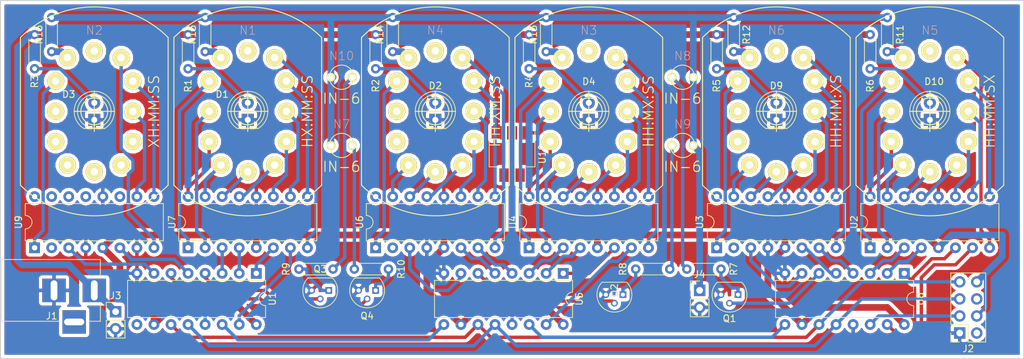
<source format=kicad_pcb>
(kicad_pcb (version 4) (host pcbnew 4.0.6)
  (title_block (title NixiESP) (date 2017-05-30) (rev 1.0))
  (layers (0 F.Cu signal) (31 B.Cu signal) (34 B.Paste user) (35 F.Paste user) (36 B.SilkS user) (37 F.SilkS user) (38 B.Mask user) (39 F.Mask user) (44 Edge.Cuts user))
  (net 0 "")
  (net 1 "Net-(U1-Pad1)")
  (net 2 "Net-(U1-Pad3)")
  (net 3 "Net-(U1-Pad5)")
  (net 4 "Net-(U1-Pad7)")
  (net 5 GND)
  (net 6 VCC)
  (net 7 "Net-(U4-Pad3)")
  (net 8 "Net-(U4-Pad6)")
  (net 9 "Net-(U4-Pad7)")
  (net 10 "Net-(U5-Pad4)")
  (net 11 "Net-(U5-Pad5)")
  (net 12 "Net-(U5-Pad7)")
  (net 13 "Net-(N1-Pad0)")
  (net 14 "Net-(N1-Pad1)")
  (net 15 "Net-(N1-Pad3)")
  (net 16 "Net-(N1-Pad4)")
  (net 17 "Net-(N1-Pad5)")
  (net 18 "Net-(N1-Pad6)")
  (net 19 "Net-(N1-Pad7)")
  (net 20 "Net-(N2-Pad0)")
  (net 21 "Net-(N2-Pad1)")
  (net 22 "Net-(N2-Pad3)")
  (net 23 "Net-(N3-Pad0)")
  (net 24 "Net-(N3-Pad1)")
  (net 25 "Net-(N3-Pad3)")
  (net 26 "Net-(N3-Pad4)")
  (net 27 "Net-(N3-Pad5)")
  (net 28 "Net-(N3-Pad6)")
  (net 29 "Net-(N3-Pad7)")
  (net 30 "Net-(N4-Pad0)")
  (net 31 "Net-(N4-Pad1)")
  (net 32 "Net-(N4-Pad3)")
  (net 33 "Net-(N4-Pad4)")
  (net 34 "Net-(N4-Pad5)")
  (net 35 "Net-(N4-Pad6)")
  (net 36 "Net-(N4-Pad7)")
  (net 37 "Net-(N5-Pad0)")
  (net 38 "Net-(N5-Pad1)")
  (net 39 "Net-(N5-Pad3)")
  (net 40 "Net-(N5-Pad4)")
  (net 41 "Net-(N5-Pad5)")
  (net 42 "Net-(N5-Pad6)")
  (net 43 "Net-(N5-Pad7)")
  (net 44 "Net-(N6-Pad0)")
  (net 45 "Net-(N6-Pad1)")
  (net 46 "Net-(N6-Pad3)")
  (net 47 "Net-(N6-Pad4)")
  (net 48 "Net-(N6-Pad5)")
  (net 49 "Net-(N6-Pad6)")
  (net 50 "Net-(N6-Pad7)")
  (net 51 "Net-(N1-Pad2)")
  (net 52 "Net-(N2-Pad2)")
  (net 53 "Net-(N3-Pad2)")
  (net 54 "Net-(N4-Pad2)")
  (net 55 "Net-(N5-Pad2)")
  (net 56 "Net-(N6-Pad2)")
  (net 57 "Net-(U1-Pad14)")
  (net 58 "Net-(U5-Pad14)")
  (net 59 "Net-(Q1-Pad2)")
  (net 60 "Net-(Q1-Pad1)")
  (net 61 "Net-(Q2-Pad2)")
  (net 62 "Net-(Q2-Pad1)")
  (net 63 "Net-(Q3-Pad2)")
  (net 64 "Net-(Q3-Pad1)")
  (net 65 "Net-(Q4-Pad2)")
  (net 66 "Net-(Q4-Pad1)")
  (net 67 "Net-(D1-Pad2)")
  (net 68 "Net-(N1-Pad8)")
  (net 69 "Net-(N1-Pad9)")
  (net 70 "Net-(N1-PadA)")
  (net 71 "Net-(N2-PadA)")
  (net 72 "Net-(N3-Pad8)")
  (net 73 "Net-(N3-Pad9)")
  (net 74 "Net-(N3-PadA)")
  (net 75 "Net-(N4-PadA)")
  (net 76 "Net-(N5-Pad8)")
  (net 77 "Net-(N5-Pad9)")
  (net 78 "Net-(N5-PadA)")
  (net 79 "Net-(N6-PadA)")
  (net 80 "Net-(U2-Pad3)")
  (net 81 "Net-(U2-Pad6)")
  (net 82 "Net-(U2-Pad7)")
  (net 83 "Net-(U3-Pad3)")
  (net 84 "Net-(U3-Pad6)")
  (net 85 "Net-(U3-Pad7)")
  (net 86 "Net-(J4-Pad1)")
  (net 87 "Net-(N7-PadK)")
  (net 88 "Net-(N8-PadK)")
  (net 89 "Net-(N9-PadK)")
  (net 90 "Net-(N10-PadK)")
  (net 91 "Net-(U1-Pad2)")
  (net 92 "Net-(U1-Pad15)")
  (net 93 "Net-(U2-Pad4)")
  (net 94 "Net-(U4-Pad4)")
  (net 95 "Net-(D2-Pad2)")
  (net 96 "Net-(D3-Pad2)")
  (net 97 "Net-(D4-Pad2)")
  (net 98 "Net-(D9-Pad2)")
  (net 99 "Net-(D10-Pad2)")
  (net 100 "Net-(J1-Pad1)")
  (net 101 "Net-(J2-Pad3)")
  (net 102 "Net-(J2-Pad5)")
  (net 103 "Net-(J2-Pad7)")
  (module nixiesp:russian-nixies-IN-6 (layer F.Cu) (at 180.34 90.17 180)
    (fp_text reference N9 (at 0 3.175 360) (layer B.SilkS) (effects (font (size 1.27 1.27) (thickness 0.0889))))
    (fp_text value IN-6 (at 0 -3.175 180) (layer F.SilkS))
    (pad A thru_hole circle (at -1.5875 0 180) (size 1.30556 2.61366) (drill 0.79756) (layers *.Cu F.Paste F.SilkS F.Mask) (net 86 "Net-(J4-Pad1)"))
    (pad K thru_hole circle (at 1.58496 0 180) (size 1.30556 2.61366) (drill 0.79756) (layers *.Cu F.Paste F.SilkS F.Mask) (net 89 "Net-(N9-PadK)"))
  )
  (module TO_SOT_Packages_THT:TO-92_Molded_Narrow (layer F.Cu) (at 171.45 112.395 180)
    (fp_text reference Q2 (at 1.27 0.635 270) (layer F.SilkS))
    (fp_text value BS107)
    (pad 2 thru_hole circle (at 1.27 -1.27 270) (size 1 1) (drill 0.6) (layers *.Cu *.Mask) (net 61 "Net-(Q2-Pad2)"))
    (pad 3 thru_hole circle (at 2.54 0 270) (size 1 1) (drill 0.6) (layers *.Cu *.Mask) (net 5 GND))
    (pad 1 thru_hole rect (at 0 0 270) (size 1 1) (drill 0.6) (layers *.Cu *.Mask) (net 62 "Net-(Q2-Pad1)"))
  )
  (module Housings_DIP:DIP-16_W7.62mm (layer F.Cu) (at 213.36 109.22 270)
    (fp_text reference U8 (at 3.81 -2.39 270) (layer F.SilkS))
    (fp_text value 74HC595)
    (pad 1 thru_hole rect (at 0 0 270) (size 1.6 1.6) (drill 0.8) (layers *.Cu *.Mask) (net 81 "Net-(U2-Pad6)"))
    (pad 9 thru_hole oval (at 7.62 17.78 270) (size 1.6 1.6) (drill 0.8) (layers *.Cu *.Mask) (net 58 "Net-(U5-Pad14)"))
    (pad 2 thru_hole oval (at 0 2.54 270) (size 1.6 1.6) (drill 0.8) (layers *.Cu *.Mask) (net 93 "Net-(U2-Pad4)"))
    (pad 10 thru_hole oval (at 7.62 15.24 270) (size 1.6 1.6) (drill 0.8) (layers *.Cu *.Mask) (net 6 VCC))
    (pad 3 thru_hole oval (at 0 5.08 270) (size 1.6 1.6) (drill 0.8) (layers *.Cu *.Mask) (net 80 "Net-(U2-Pad3)"))
    (pad 11 thru_hole oval (at 7.62 12.7 270) (size 1.6 1.6) (drill 0.8) (layers *.Cu *.Mask) (net 103 "Net-(J2-Pad7)"))
    (pad 4 thru_hole oval (at 0 7.62 270) (size 1.6 1.6) (drill 0.8) (layers *.Cu *.Mask) (net 85 "Net-(U3-Pad7)"))
    (pad 12 thru_hole oval (at 7.62 10.16 270) (size 1.6 1.6) (drill 0.8) (layers *.Cu *.Mask) (net 102 "Net-(J2-Pad5)"))
    (pad 5 thru_hole oval (at 0 10.16 270) (size 1.6 1.6) (drill 0.8) (layers *.Cu *.Mask) (net 84 "Net-(U3-Pad6)"))
    (pad 13 thru_hole oval (at 7.62 7.62 270) (size 1.6 1.6) (drill 0.8) (layers *.Cu *.Mask) (net 5 GND))
    (pad 6 thru_hole oval (at 0 12.7 270) (size 1.6 1.6) (drill 0.8) (layers *.Cu *.Mask) (net 59 "Net-(Q1-Pad2)"))
    (pad 14 thru_hole oval (at 7.62 5.08 270) (size 1.6 1.6) (drill 0.8) (layers *.Cu *.Mask) (net 101 "Net-(J2-Pad3)"))
    (pad 7 thru_hole oval (at 0 15.24 270) (size 1.6 1.6) (drill 0.8) (layers *.Cu *.Mask) (net 83 "Net-(U3-Pad3)"))
    (pad 15 thru_hole oval (at 7.62 2.54 270) (size 1.6 1.6) (drill 0.8) (layers *.Cu *.Mask) (net 82 "Net-(U2-Pad7)"))
    (pad 8 thru_hole oval (at 0 17.78 270) (size 1.6 1.6) (drill 0.8) (layers *.Cu *.Mask) (net 5 GND))
    (pad 16 thru_hole oval (at 7.62 0 270) (size 1.6 1.6) (drill 0.8) (layers *.Cu *.Mask) (net 6 VCC))
  )
  (module TO_SOT_Packages_SMD:SOT-223 (layer F.Cu) (at 154.94 91.44 270)
    (fp_text reference U10 (at 0 -4.5 270) (layer F.SilkS))
    (fp_text value LM1117-3.3)
    (pad 4 smd rect (at 3.15 0 270) (size 2 3.8) (layers F.Cu F.Paste F.Mask) (net 6 VCC))
    (pad 2 smd rect (at -3.15 0 270) (size 2 1.5) (layers F.Cu F.Paste F.Mask) (net 6 VCC))
    (pad 3 smd rect (at -3.15 2.3 270) (size 2 1.5) (layers F.Cu F.Paste F.Mask) (net 100 "Net-(J1-Pad1)"))
    (pad 1 smd rect (at -3.15 -2.3 270) (size 2 1.5) (layers F.Cu F.Paste F.Mask) (net 5 GND))
  )
  (module Resistors_THT:R_Axial_DIN0204_L3.6mm_D1.6mm_P5.08mm_Horizontal (layer F.Cu) (at 131.445 108.585)
    (fp_text reference R10 (at 6.985 0 90) (layer F.SilkS))
    (fp_text value 15k)
    (pad 1 thru_hole circle (at 0 0) (size 1.4 1.4) (drill 0.7) (layers *.Cu *.Mask) (net 87 "Net-(N7-PadK)"))
    (pad 2 thru_hole oval (at 5.08 0) (size 1.4 1.4) (drill 0.7) (layers *.Cu *.Mask) (net 66 "Net-(Q4-Pad1)"))
  )
  (module Resistors_THT:R_Axial_DIN0204_L3.6mm_D1.6mm_P5.08mm_Horizontal (layer F.Cu) (at 128.27 108.585 180)
    (fp_text reference R9 (at 6.985 0 270) (layer F.SilkS))
    (fp_text value 15k)
    (pad 1 thru_hole circle (at 0 0 180) (size 1.4 1.4) (drill 0.7) (layers *.Cu *.Mask) (net 90 "Net-(N10-PadK)"))
    (pad 2 thru_hole oval (at 5.08 0 180) (size 1.4 1.4) (drill 0.7) (layers *.Cu *.Mask) (net 64 "Net-(Q3-Pad1)"))
  )
  (module Resistors_THT:R_Axial_DIN0204_L3.6mm_D1.6mm_P5.08mm_Horizontal (layer F.Cu) (at 178.435 108.585 180)
    (fp_text reference R8 (at 6.985 0 270) (layer F.SilkS))
    (fp_text value 15k)
    (pad 1 thru_hole circle (at 0 0 180) (size 1.4 1.4) (drill 0.7) (layers *.Cu *.Mask) (net 89 "Net-(N9-PadK)"))
    (pad 2 thru_hole oval (at 5.08 0 180) (size 1.4 1.4) (drill 0.7) (layers *.Cu *.Mask) (net 62 "Net-(Q2-Pad1)"))
  )
  (module Resistors_THT:R_Axial_DIN0204_L3.6mm_D1.6mm_P5.08mm_Horizontal (layer F.Cu) (at 180.975 108.585)
    (fp_text reference R7 (at 6.985 0 90) (layer F.SilkS))
    (fp_text value 15k)
    (pad 1 thru_hole circle (at 0 0) (size 1.4 1.4) (drill 0.7) (layers *.Cu *.Mask) (net 88 "Net-(N8-PadK)"))
    (pad 2 thru_hole oval (at 5.08 0) (size 1.4 1.4) (drill 0.7) (layers *.Cu *.Mask) (net 60 "Net-(Q1-Pad1)"))
  )
  (module TO_SOT_Packages_THT:TO-92_Molded_Narrow (layer F.Cu) (at 134.62 111.76 180)
    (fp_text reference Q4 (at 1.27 -3.81 360) (layer F.SilkS))
    (fp_text value BS107)
    (pad 2 thru_hole circle (at 1.27 -1.27 270) (size 1 1) (drill 0.6) (layers *.Cu *.Mask) (net 65 "Net-(Q4-Pad2)"))
    (pad 3 thru_hole circle (at 2.54 0 270) (size 1 1) (drill 0.6) (layers *.Cu *.Mask) (net 5 GND))
    (pad 1 thru_hole rect (at 0 0 270) (size 1 1) (drill 0.6) (layers *.Cu *.Mask) (net 66 "Net-(Q4-Pad1)"))
  )
  (module TO_SOT_Packages_THT:TO-92_Molded_Narrow (layer F.Cu) (at 127.635 111.76 180)
    (fp_text reference Q3 (at 1.27 3.175 180) (layer F.SilkS))
    (fp_text value BS107)
    (pad 2 thru_hole circle (at 1.27 -1.27 270) (size 1 1) (drill 0.6) (layers *.Cu *.Mask) (net 63 "Net-(Q3-Pad2)"))
    (pad 3 thru_hole circle (at 2.54 0 270) (size 1 1) (drill 0.6) (layers *.Cu *.Mask) (net 5 GND))
    (pad 1 thru_hole rect (at 0 0 270) (size 1 1) (drill 0.6) (layers *.Cu *.Mask) (net 64 "Net-(Q3-Pad1)"))
  )
  (module TO_SOT_Packages_THT:TO-92_Molded_Narrow (layer F.Cu) (at 188.595 112.395 180)
    (fp_text reference Q1 (at 1.27 -3.556 180) (layer F.SilkS))
    (fp_text value BS107)
    (pad 2 thru_hole circle (at 1.27 -1.27 270) (size 1 1) (drill 0.6) (layers *.Cu *.Mask) (net 59 "Net-(Q1-Pad2)"))
    (pad 3 thru_hole circle (at 2.54 0 270) (size 1 1) (drill 0.6) (layers *.Cu *.Mask) (net 5 GND))
    (pad 1 thru_hole rect (at 0 0 270) (size 1 1) (drill 0.6) (layers *.Cu *.Mask) (net 60 "Net-(Q1-Pad1)"))
  )
  (module LEDs:LED_D5.0mm (layer F.Cu) (at 217.17 86.36 90)
    (fp_text reference D10 (at 5.715 0.635 180) (layer F.SilkS))
    (fp_text value LED)
    (pad 1 thru_hole rect (at 0 0 90) (size 1.8 1.8) (drill 0.9) (layers *.Cu *.Mask) (net 5 GND))
    (pad 2 thru_hole circle (at 2.54 0 90) (size 1.8 1.8) (drill 0.9) (layers *.Cu *.Mask) (net 99 "Net-(D10-Pad2)"))
  )
  (module LEDs:LED_D5.0mm (layer F.Cu) (at 194.31 86.36 90)
    (fp_text reference D9 (at 5.08 0 180) (layer F.SilkS))
    (fp_text value LED)
    (pad 1 thru_hole rect (at 0 0 90) (size 1.8 1.8) (drill 0.9) (layers *.Cu *.Mask) (net 5 GND))
    (pad 2 thru_hole circle (at 2.54 0 90) (size 1.8 1.8) (drill 0.9) (layers *.Cu *.Mask) (net 98 "Net-(D9-Pad2)"))
  )
  (module LEDs:LED_D5.0mm (layer F.Cu) (at 166.37 86.36 90)
    (fp_text reference D4 (at 5.715 0 180) (layer F.SilkS))
    (fp_text value LED)
    (pad 1 thru_hole rect (at 0 0 90) (size 1.8 1.8) (drill 0.9) (layers *.Cu *.Mask) (net 5 GND))
    (pad 2 thru_hole circle (at 2.54 0 90) (size 1.8 1.8) (drill 0.9) (layers *.Cu *.Mask) (net 97 "Net-(D4-Pad2)"))
  )
  (module LEDs:LED_D5.0mm (layer F.Cu) (at 92.71 86.36 90)
    (fp_text reference D3 (at 3.81 -3.81 180) (layer F.SilkS))
    (fp_text value LED)
    (pad 1 thru_hole rect (at 0 0 90) (size 1.8 1.8) (drill 0.9) (layers *.Cu *.Mask) (net 5 GND))
    (pad 2 thru_hole circle (at 2.54 0 90) (size 1.8 1.8) (drill 0.9) (layers *.Cu *.Mask) (net 96 "Net-(D3-Pad2)"))
  )
  (module LEDs:LED_D5.0mm (layer F.Cu) (at 143.51 86.36 90)
    (fp_text reference D2 (at 5.08 0 180) (layer F.SilkS))
    (fp_text value LED)
    (pad 1 thru_hole rect (at 0 0 90) (size 1.8 1.8) (drill 0.9) (layers *.Cu *.Mask) (net 5 GND))
    (pad 2 thru_hole circle (at 2.54 0 90) (size 1.8 1.8) (drill 0.9) (layers *.Cu *.Mask) (net 95 "Net-(D2-Pad2)"))
  )
  (module LEDs:LED_D5.0mm (layer F.Cu) (at 115.57 86.36 90)
    (fp_text reference D1 (at 3.81 -3.81 180) (layer F.SilkS))
    (fp_text value LED)
    (pad 1 thru_hole rect (at 0 0 90) (size 1.8 1.8) (drill 0.9) (layers *.Cu *.Mask) (net 5 GND))
    (pad 2 thru_hole circle (at 2.54 0 90) (size 1.8 1.8) (drill 0.9) (layers *.Cu *.Mask) (net 67 "Net-(D1-Pad2)"))
  )
  (module Resistors_THT:R_Axial_DIN0204_L3.6mm_D1.6mm_P5.08mm_Horizontal (layer F.Cu) (at 208.28 78.74 90)
    (fp_text reference R6 (at -2.54 0 90) (layer F.SilkS))
    (fp_text value 330)
    (pad 1 thru_hole circle (at 0 0 90) (size 1.4 1.4) (drill 0.7) (layers *.Cu *.Mask) (net 99 "Net-(D10-Pad2)"))
    (pad 2 thru_hole oval (at 5.08 0 90) (size 1.4 1.4) (drill 0.7) (layers *.Cu *.Mask) (net 100 "Net-(J1-Pad1)"))
  )
  (module Resistors_THT:R_Axial_DIN0204_L3.6mm_D1.6mm_P5.08mm_Horizontal (layer F.Cu) (at 185.42 78.74 90)
    (fp_text reference R5 (at -2.54 0 270) (layer F.SilkS))
    (fp_text value 330)
    (pad 1 thru_hole circle (at 0 0 90) (size 1.4 1.4) (drill 0.7) (layers *.Cu *.Mask) (net 98 "Net-(D9-Pad2)"))
    (pad 2 thru_hole oval (at 5.08 0 90) (size 1.4 1.4) (drill 0.7) (layers *.Cu *.Mask) (net 100 "Net-(J1-Pad1)"))
  )
  (module Resistors_THT:R_Axial_DIN0204_L3.6mm_D1.6mm_P5.08mm_Horizontal (layer F.Cu) (at 157.48 78.74 90)
    (fp_text reference R4 (at -1.905 0 90) (layer F.SilkS))
    (fp_text value 330)
    (pad 1 thru_hole circle (at 0 0 90) (size 1.4 1.4) (drill 0.7) (layers *.Cu *.Mask) (net 97 "Net-(D4-Pad2)"))
    (pad 2 thru_hole oval (at 5.08 0 90) (size 1.4 1.4) (drill 0.7) (layers *.Cu *.Mask) (net 100 "Net-(J1-Pad1)"))
  )
  (module Resistors_THT:R_Axial_DIN0204_L3.6mm_D1.6mm_P5.08mm_Horizontal (layer F.Cu) (at 83.82 78.74 90)
    (fp_text reference R3 (at -1.905 0 90) (layer F.SilkS))
    (fp_text value 330)
    (pad 1 thru_hole circle (at 0 0 90) (size 1.4 1.4) (drill 0.7) (layers *.Cu *.Mask) (net 96 "Net-(D3-Pad2)"))
    (pad 2 thru_hole oval (at 5.08 0 90) (size 1.4 1.4) (drill 0.7) (layers *.Cu *.Mask) (net 100 "Net-(J1-Pad1)"))
  )
  (module Resistors_THT:R_Axial_DIN0204_L3.6mm_D1.6mm_P5.08mm_Horizontal (layer F.Cu) (at 134.62 78.74 90)
    (fp_text reference R2 (at -2.54 0 90) (layer F.SilkS))
    (fp_text value 330)
    (pad 1 thru_hole circle (at 0 0 90) (size 1.4 1.4) (drill 0.7) (layers *.Cu *.Mask) (net 95 "Net-(D2-Pad2)"))
    (pad 2 thru_hole oval (at 5.08 0 90) (size 1.4 1.4) (drill 0.7) (layers *.Cu *.Mask) (net 100 "Net-(J1-Pad1)"))
  )
  (module Resistors_THT:R_Axial_DIN0204_L3.6mm_D1.6mm_P5.08mm_Horizontal (layer F.Cu) (at 106.68 78.74 90)
    (fp_text reference R1 (at -2.54 0 90) (layer F.SilkS))
    (fp_text value 330)
    (pad 1 thru_hole circle (at 0 0 90) (size 1.4 1.4) (drill 0.7) (layers *.Cu *.Mask) (net 67 "Net-(D1-Pad2)"))
    (pad 2 thru_hole oval (at 5.08 0 90) (size 1.4 1.4) (drill 0.7) (layers *.Cu *.Mask) (net 100 "Net-(J1-Pad1)"))
  )
  (module Socket_Strips:Socket_Strip_Straight_2x04_Pitch2.54mm (layer F.Cu) (at 221.615 118.11 180)
    (fp_text reference J2 (at -1.27 -2.33 180) (layer F.SilkS))
    (fp_text value ESP8266)
    (pad 1 thru_hole rect (at 0 0 180) (size 1.7 1.7) (drill 1) (layers *.Cu *.Mask) (net 5 GND))
    (pad 2 thru_hole oval (at -2.54 0 180) (size 1.7 1.7) (drill 1) (layers *.Cu *.Mask))
    (pad 3 thru_hole oval (at 0 2.54 180) (size 1.7 1.7) (drill 1) (layers *.Cu *.Mask) (net 101 "Net-(J2-Pad3)"))
    (pad 4 thru_hole oval (at -2.54 2.54 180) (size 1.7 1.7) (drill 1) (layers *.Cu *.Mask) (net 6 VCC))
    (pad 5 thru_hole oval (at 0 5.08 180) (size 1.7 1.7) (drill 1) (layers *.Cu *.Mask) (net 102 "Net-(J2-Pad5)"))
    (pad 6 thru_hole oval (at -2.54 5.08 180) (size 1.7 1.7) (drill 1) (layers *.Cu *.Mask))
    (pad 7 thru_hole oval (at 0 7.62 180) (size 1.7 1.7) (drill 1) (layers *.Cu *.Mask) (net 103 "Net-(J2-Pad7)"))
    (pad 8 thru_hole oval (at -2.54 7.62 180) (size 1.7 1.7) (drill 1) (layers *.Cu *.Mask) (net 6 VCC))
  )
  (module Housings_DIP:DIP-16_W7.62mm (layer F.Cu) (at 83.82 105.41 90)
    (fp_text reference U9 (at 3.81 -2.39 90) (layer F.SilkS))
    (fp_text value 74141-DIP)
    (pad 1 thru_hole rect (at 0 0 90) (size 1.6 1.6) (drill 0.8) (layers *.Cu *.Mask) (net 20 "Net-(N2-Pad0)"))
    (pad 9 thru_hole oval (at 7.62 17.78 90) (size 1.6 1.6) (drill 0.8) (layers *.Cu *.Mask) (net 52 "Net-(N2-Pad2)"))
    (pad 2 thru_hole oval (at 0 2.54 90) (size 1.6 1.6) (drill 0.8) (layers *.Cu *.Mask))
    (pad 10 thru_hole oval (at 7.62 15.24 90) (size 1.6 1.6) (drill 0.8) (layers *.Cu *.Mask) (net 22 "Net-(N2-Pad3)"))
    (pad 3 thru_hole oval (at 0 5.08 90) (size 1.6 1.6) (drill 0.8) (layers *.Cu *.Mask) (net 4 "Net-(U1-Pad7)"))
    (pad 11 thru_hole oval (at 7.62 12.7 90) (size 1.6 1.6) (drill 0.8) (layers *.Cu *.Mask))
    (pad 4 thru_hole oval (at 0 7.62 90) (size 1.6 1.6) (drill 0.8) (layers *.Cu *.Mask) (net 5 GND))
    (pad 12 thru_hole oval (at 7.62 10.16 90) (size 1.6 1.6) (drill 0.8) (layers *.Cu *.Mask) (net 5 GND))
    (pad 5 thru_hole oval (at 0 10.16 90) (size 1.6 1.6) (drill 0.8) (layers *.Cu *.Mask) (net 6 VCC))
    (pad 13 thru_hole oval (at 7.62 7.62 90) (size 1.6 1.6) (drill 0.8) (layers *.Cu *.Mask))
    (pad 6 thru_hole oval (at 0 12.7 90) (size 1.6 1.6) (drill 0.8) (layers *.Cu *.Mask) (net 3 "Net-(U1-Pad5)"))
    (pad 14 thru_hole oval (at 7.62 5.08 90) (size 1.6 1.6) (drill 0.8) (layers *.Cu *.Mask))
    (pad 7 thru_hole oval (at 0 15.24 90) (size 1.6 1.6) (drill 0.8) (layers *.Cu *.Mask) (net 5 GND))
    (pad 15 thru_hole oval (at 7.62 2.54 90) (size 1.6 1.6) (drill 0.8) (layers *.Cu *.Mask))
    (pad 8 thru_hole oval (at 0 17.78 90) (size 1.6 1.6) (drill 0.8) (layers *.Cu *.Mask) (net 21 "Net-(N2-Pad1)"))
    (pad 16 thru_hole oval (at 7.62 0 90) (size 1.6 1.6) (drill 0.8) (layers *.Cu *.Mask))
  )
  (module Housings_DIP:DIP-16_W7.62mm (layer F.Cu) (at 106.68 105.41 90)
    (fp_text reference U7 (at 3.81 -2.39 90) (layer F.SilkS))
    (fp_text value K155ID1)
    (pad 1 thru_hole rect (at 0 0 90) (size 1.6 1.6) (drill 0.8) (layers *.Cu *.Mask) (net 13 "Net-(N1-Pad0)"))
    (pad 9 thru_hole oval (at 7.62 17.78 90) (size 1.6 1.6) (drill 0.8) (layers *.Cu *.Mask) (net 51 "Net-(N1-Pad2)"))
    (pad 2 thru_hole oval (at 0 2.54 90) (size 1.6 1.6) (drill 0.8) (layers *.Cu *.Mask) (net 69 "Net-(N1-Pad9)"))
    (pad 10 thru_hole oval (at 7.62 15.24 90) (size 1.6 1.6) (drill 0.8) (layers *.Cu *.Mask) (net 15 "Net-(N1-Pad3)"))
    (pad 3 thru_hole oval (at 0 5.08 90) (size 1.6 1.6) (drill 0.8) (layers *.Cu *.Mask) (net 2 "Net-(U1-Pad3)"))
    (pad 11 thru_hole oval (at 7.62 12.7 90) (size 1.6 1.6) (drill 0.8) (layers *.Cu *.Mask) (net 16 "Net-(N1-Pad4)"))
    (pad 4 thru_hole oval (at 0 7.62 90) (size 1.6 1.6) (drill 0.8) (layers *.Cu *.Mask) (net 91 "Net-(U1-Pad2)"))
    (pad 12 thru_hole oval (at 7.62 10.16 90) (size 1.6 1.6) (drill 0.8) (layers *.Cu *.Mask) (net 5 GND))
    (pad 5 thru_hole oval (at 0 10.16 90) (size 1.6 1.6) (drill 0.8) (layers *.Cu *.Mask) (net 6 VCC))
    (pad 13 thru_hole oval (at 7.62 7.62 90) (size 1.6 1.6) (drill 0.8) (layers *.Cu *.Mask) (net 17 "Net-(N1-Pad5)"))
    (pad 6 thru_hole oval (at 0 12.7 90) (size 1.6 1.6) (drill 0.8) (layers *.Cu *.Mask) (net 1 "Net-(U1-Pad1)"))
    (pad 14 thru_hole oval (at 7.62 5.08 90) (size 1.6 1.6) (drill 0.8) (layers *.Cu *.Mask) (net 18 "Net-(N1-Pad6)"))
    (pad 7 thru_hole oval (at 0 15.24 90) (size 1.6 1.6) (drill 0.8) (layers *.Cu *.Mask) (net 92 "Net-(U1-Pad15)"))
    (pad 15 thru_hole oval (at 7.62 2.54 90) (size 1.6 1.6) (drill 0.8) (layers *.Cu *.Mask) (net 19 "Net-(N1-Pad7)"))
    (pad 8 thru_hole oval (at 0 17.78 90) (size 1.6 1.6) (drill 0.8) (layers *.Cu *.Mask) (net 14 "Net-(N1-Pad1)"))
    (pad 16 thru_hole oval (at 7.62 0 90) (size 1.6 1.6) (drill 0.8) (layers *.Cu *.Mask) (net 68 "Net-(N1-Pad8)"))
  )
  (module Housings_DIP:DIP-16_W7.62mm (layer F.Cu) (at 134.62 105.41 90)
    (fp_text reference U6 (at 3.81 -2.39 90) (layer F.SilkS))
    (fp_text value K155ID1)
    (pad 1 thru_hole rect (at 0 0 90) (size 1.6 1.6) (drill 0.8) (layers *.Cu *.Mask) (net 30 "Net-(N4-Pad0)"))
    (pad 9 thru_hole oval (at 7.62 17.78 90) (size 1.6 1.6) (drill 0.8) (layers *.Cu *.Mask) (net 54 "Net-(N4-Pad2)"))
    (pad 2 thru_hole oval (at 0 2.54 90) (size 1.6 1.6) (drill 0.8) (layers *.Cu *.Mask))
    (pad 10 thru_hole oval (at 7.62 15.24 90) (size 1.6 1.6) (drill 0.8) (layers *.Cu *.Mask) (net 32 "Net-(N4-Pad3)"))
    (pad 3 thru_hole oval (at 0 5.08 90) (size 1.6 1.6) (drill 0.8) (layers *.Cu *.Mask) (net 12 "Net-(U5-Pad7)"))
    (pad 11 thru_hole oval (at 7.62 12.7 90) (size 1.6 1.6) (drill 0.8) (layers *.Cu *.Mask) (net 33 "Net-(N4-Pad4)"))
    (pad 4 thru_hole oval (at 0 7.62 90) (size 1.6 1.6) (drill 0.8) (layers *.Cu *.Mask) (net 5 GND))
    (pad 12 thru_hole oval (at 7.62 10.16 90) (size 1.6 1.6) (drill 0.8) (layers *.Cu *.Mask) (net 5 GND))
    (pad 5 thru_hole oval (at 0 10.16 90) (size 1.6 1.6) (drill 0.8) (layers *.Cu *.Mask) (net 6 VCC))
    (pad 13 thru_hole oval (at 7.62 7.62 90) (size 1.6 1.6) (drill 0.8) (layers *.Cu *.Mask) (net 34 "Net-(N4-Pad5)"))
    (pad 6 thru_hole oval (at 0 12.7 90) (size 1.6 1.6) (drill 0.8) (layers *.Cu *.Mask) (net 11 "Net-(U5-Pad5)"))
    (pad 14 thru_hole oval (at 7.62 5.08 90) (size 1.6 1.6) (drill 0.8) (layers *.Cu *.Mask) (net 35 "Net-(N4-Pad6)"))
    (pad 7 thru_hole oval (at 0 15.24 90) (size 1.6 1.6) (drill 0.8) (layers *.Cu *.Mask) (net 10 "Net-(U5-Pad4)"))
    (pad 15 thru_hole oval (at 7.62 2.54 90) (size 1.6 1.6) (drill 0.8) (layers *.Cu *.Mask) (net 36 "Net-(N4-Pad7)"))
    (pad 8 thru_hole oval (at 0 17.78 90) (size 1.6 1.6) (drill 0.8) (layers *.Cu *.Mask) (net 31 "Net-(N4-Pad1)"))
    (pad 16 thru_hole oval (at 7.62 0 90) (size 1.6 1.6) (drill 0.8) (layers *.Cu *.Mask))
  )
  (module Housings_DIP:DIP-16_W7.62mm (layer F.Cu) (at 157.48 105.41 90)
    (fp_text reference U4 (at 3.81 -2.39 90) (layer F.SilkS))
    (fp_text value K155ID1)
    (pad 1 thru_hole rect (at 0 0 90) (size 1.6 1.6) (drill 0.8) (layers *.Cu *.Mask) (net 23 "Net-(N3-Pad0)"))
    (pad 9 thru_hole oval (at 7.62 17.78 90) (size 1.6 1.6) (drill 0.8) (layers *.Cu *.Mask) (net 53 "Net-(N3-Pad2)"))
    (pad 2 thru_hole oval (at 0 2.54 90) (size 1.6 1.6) (drill 0.8) (layers *.Cu *.Mask) (net 73 "Net-(N3-Pad9)"))
    (pad 10 thru_hole oval (at 7.62 15.24 90) (size 1.6 1.6) (drill 0.8) (layers *.Cu *.Mask) (net 25 "Net-(N3-Pad3)"))
    (pad 3 thru_hole oval (at 0 5.08 90) (size 1.6 1.6) (drill 0.8) (layers *.Cu *.Mask) (net 7 "Net-(U4-Pad3)"))
    (pad 11 thru_hole oval (at 7.62 12.7 90) (size 1.6 1.6) (drill 0.8) (layers *.Cu *.Mask) (net 26 "Net-(N3-Pad4)"))
    (pad 4 thru_hole oval (at 0 7.62 90) (size 1.6 1.6) (drill 0.8) (layers *.Cu *.Mask) (net 94 "Net-(U4-Pad4)"))
    (pad 12 thru_hole oval (at 7.62 10.16 90) (size 1.6 1.6) (drill 0.8) (layers *.Cu *.Mask) (net 5 GND))
    (pad 5 thru_hole oval (at 0 10.16 90) (size 1.6 1.6) (drill 0.8) (layers *.Cu *.Mask) (net 6 VCC))
    (pad 13 thru_hole oval (at 7.62 7.62 90) (size 1.6 1.6) (drill 0.8) (layers *.Cu *.Mask) (net 27 "Net-(N3-Pad5)"))
    (pad 6 thru_hole oval (at 0 12.7 90) (size 1.6 1.6) (drill 0.8) (layers *.Cu *.Mask) (net 8 "Net-(U4-Pad6)"))
    (pad 14 thru_hole oval (at 7.62 5.08 90) (size 1.6 1.6) (drill 0.8) (layers *.Cu *.Mask) (net 28 "Net-(N3-Pad6)"))
    (pad 7 thru_hole oval (at 0 15.24 90) (size 1.6 1.6) (drill 0.8) (layers *.Cu *.Mask) (net 9 "Net-(U4-Pad7)"))
    (pad 15 thru_hole oval (at 7.62 2.54 90) (size 1.6 1.6) (drill 0.8) (layers *.Cu *.Mask) (net 29 "Net-(N3-Pad7)"))
    (pad 8 thru_hole oval (at 0 17.78 90) (size 1.6 1.6) (drill 0.8) (layers *.Cu *.Mask) (net 24 "Net-(N3-Pad1)"))
    (pad 16 thru_hole oval (at 7.62 0 90) (size 1.6 1.6) (drill 0.8) (layers *.Cu *.Mask) (net 72 "Net-(N3-Pad8)"))
  )
  (module Housings_DIP:DIP-16_W7.62mm (layer F.Cu) (at 185.42 105.41 90)
    (fp_text reference U3 (at 3.81 -2.54 90) (layer F.SilkS))
    (fp_text value K155ID1)
    (pad 1 thru_hole rect (at 0 0 90) (size 1.6 1.6) (drill 0.8) (layers *.Cu *.Mask) (net 44 "Net-(N6-Pad0)"))
    (pad 9 thru_hole oval (at 7.62 17.78 90) (size 1.6 1.6) (drill 0.8) (layers *.Cu *.Mask) (net 56 "Net-(N6-Pad2)"))
    (pad 2 thru_hole oval (at 0 2.54 90) (size 1.6 1.6) (drill 0.8) (layers *.Cu *.Mask))
    (pad 10 thru_hole oval (at 7.62 15.24 90) (size 1.6 1.6) (drill 0.8) (layers *.Cu *.Mask) (net 46 "Net-(N6-Pad3)"))
    (pad 3 thru_hole oval (at 0 5.08 90) (size 1.6 1.6) (drill 0.8) (layers *.Cu *.Mask) (net 83 "Net-(U3-Pad3)"))
    (pad 11 thru_hole oval (at 7.62 12.7 90) (size 1.6 1.6) (drill 0.8) (layers *.Cu *.Mask) (net 47 "Net-(N6-Pad4)"))
    (pad 4 thru_hole oval (at 0 7.62 90) (size 1.6 1.6) (drill 0.8) (layers *.Cu *.Mask) (net 5 GND))
    (pad 12 thru_hole oval (at 7.62 10.16 90) (size 1.6 1.6) (drill 0.8) (layers *.Cu *.Mask) (net 5 GND))
    (pad 5 thru_hole oval (at 0 10.16 90) (size 1.6 1.6) (drill 0.8) (layers *.Cu *.Mask) (net 6 VCC))
    (pad 13 thru_hole oval (at 7.62 7.62 90) (size 1.6 1.6) (drill 0.8) (layers *.Cu *.Mask) (net 48 "Net-(N6-Pad5)"))
    (pad 6 thru_hole oval (at 0 12.7 90) (size 1.6 1.6) (drill 0.8) (layers *.Cu *.Mask) (net 84 "Net-(U3-Pad6)"))
    (pad 14 thru_hole oval (at 7.62 5.08 90) (size 1.6 1.6) (drill 0.8) (layers *.Cu *.Mask) (net 49 "Net-(N6-Pad6)"))
    (pad 7 thru_hole oval (at 0 15.24 90) (size 1.6 1.6) (drill 0.8) (layers *.Cu *.Mask) (net 85 "Net-(U3-Pad7)"))
    (pad 15 thru_hole oval (at 7.62 2.54 90) (size 1.6 1.6) (drill 0.8) (layers *.Cu *.Mask) (net 50 "Net-(N6-Pad7)"))
    (pad 8 thru_hole oval (at 0 17.78 90) (size 1.6 1.6) (drill 0.8) (layers *.Cu *.Mask) (net 45 "Net-(N6-Pad1)"))
    (pad 16 thru_hole oval (at 7.62 0 90) (size 1.6 1.6) (drill 0.8) (layers *.Cu *.Mask))
  )
  (module Housings_DIP:DIP-16_W7.62mm (layer F.Cu) (at 162.56 109.22 270)
    (fp_text reference U5 (at 3.81 -2.39 270) (layer F.SilkS))
    (fp_text value 74HC595)
    (pad 1 thru_hole rect (at 0 0 270) (size 1.6 1.6) (drill 0.8) (layers *.Cu *.Mask) (net 8 "Net-(U4-Pad6)"))
    (pad 9 thru_hole oval (at 7.62 17.78 270) (size 1.6 1.6) (drill 0.8) (layers *.Cu *.Mask) (net 57 "Net-(U1-Pad14)"))
    (pad 2 thru_hole oval (at 0 2.54 270) (size 1.6 1.6) (drill 0.8) (layers *.Cu *.Mask) (net 94 "Net-(U4-Pad4)"))
    (pad 10 thru_hole oval (at 7.62 15.24 270) (size 1.6 1.6) (drill 0.8) (layers *.Cu *.Mask) (net 6 VCC))
    (pad 3 thru_hole oval (at 0 5.08 270) (size 1.6 1.6) (drill 0.8) (layers *.Cu *.Mask) (net 7 "Net-(U4-Pad3)"))
    (pad 11 thru_hole oval (at 7.62 12.7 270) (size 1.6 1.6) (drill 0.8) (layers *.Cu *.Mask) (net 103 "Net-(J2-Pad7)"))
    (pad 4 thru_hole oval (at 0 7.62 270) (size 1.6 1.6) (drill 0.8) (layers *.Cu *.Mask) (net 10 "Net-(U5-Pad4)"))
    (pad 12 thru_hole oval (at 7.62 10.16 270) (size 1.6 1.6) (drill 0.8) (layers *.Cu *.Mask) (net 102 "Net-(J2-Pad5)"))
    (pad 5 thru_hole oval (at 0 10.16 270) (size 1.6 1.6) (drill 0.8) (layers *.Cu *.Mask) (net 11 "Net-(U5-Pad5)"))
    (pad 13 thru_hole oval (at 7.62 7.62 270) (size 1.6 1.6) (drill 0.8) (layers *.Cu *.Mask) (net 5 GND))
    (pad 6 thru_hole oval (at 0 12.7 270) (size 1.6 1.6) (drill 0.8) (layers *.Cu *.Mask) (net 61 "Net-(Q2-Pad2)"))
    (pad 14 thru_hole oval (at 7.62 5.08 270) (size 1.6 1.6) (drill 0.8) (layers *.Cu *.Mask) (net 58 "Net-(U5-Pad14)"))
    (pad 7 thru_hole oval (at 0 15.24 270) (size 1.6 1.6) (drill 0.8) (layers *.Cu *.Mask) (net 12 "Net-(U5-Pad7)"))
    (pad 15 thru_hole oval (at 7.62 2.54 270) (size 1.6 1.6) (drill 0.8) (layers *.Cu *.Mask) (net 9 "Net-(U4-Pad7)"))
    (pad 8 thru_hole oval (at 0 17.78 270) (size 1.6 1.6) (drill 0.8) (layers *.Cu *.Mask) (net 5 GND))
    (pad 16 thru_hole oval (at 7.62 0 270) (size 1.6 1.6) (drill 0.8) (layers *.Cu *.Mask) (net 6 VCC))
  )
  (module Housings_DIP:DIP-16_W7.62mm (layer F.Cu) (at 208.28 105.41 90)
    (fp_text reference U2 (at 3.81 -2.39 90) (layer F.SilkS))
    (fp_text value K155ID1)
    (pad 1 thru_hole rect (at 0 0 90) (size 1.6 1.6) (drill 0.8) (layers *.Cu *.Mask) (net 37 "Net-(N5-Pad0)"))
    (pad 9 thru_hole oval (at 7.62 17.78 90) (size 1.6 1.6) (drill 0.8) (layers *.Cu *.Mask) (net 55 "Net-(N5-Pad2)"))
    (pad 2 thru_hole oval (at 0 2.54 90) (size 1.6 1.6) (drill 0.8) (layers *.Cu *.Mask) (net 77 "Net-(N5-Pad9)"))
    (pad 10 thru_hole oval (at 7.62 15.24 90) (size 1.6 1.6) (drill 0.8) (layers *.Cu *.Mask) (net 39 "Net-(N5-Pad3)"))
    (pad 3 thru_hole oval (at 0 5.08 90) (size 1.6 1.6) (drill 0.8) (layers *.Cu *.Mask) (net 80 "Net-(U2-Pad3)"))
    (pad 11 thru_hole oval (at 7.62 12.7 90) (size 1.6 1.6) (drill 0.8) (layers *.Cu *.Mask) (net 40 "Net-(N5-Pad4)"))
    (pad 4 thru_hole oval (at 0 7.62 90) (size 1.6 1.6) (drill 0.8) (layers *.Cu *.Mask) (net 93 "Net-(U2-Pad4)"))
    (pad 12 thru_hole oval (at 7.62 10.16 90) (size 1.6 1.6) (drill 0.8) (layers *.Cu *.Mask) (net 5 GND))
    (pad 5 thru_hole oval (at 0 10.16 90) (size 1.6 1.6) (drill 0.8) (layers *.Cu *.Mask) (net 6 VCC))
    (pad 13 thru_hole oval (at 7.62 7.62 90) (size 1.6 1.6) (drill 0.8) (layers *.Cu *.Mask) (net 41 "Net-(N5-Pad5)"))
    (pad 6 thru_hole oval (at 0 12.7 90) (size 1.6 1.6) (drill 0.8) (layers *.Cu *.Mask) (net 81 "Net-(U2-Pad6)"))
    (pad 14 thru_hole oval (at 7.62 5.08 90) (size 1.6 1.6) (drill 0.8) (layers *.Cu *.Mask) (net 42 "Net-(N5-Pad6)"))
    (pad 7 thru_hole oval (at 0 15.24 90) (size 1.6 1.6) (drill 0.8) (layers *.Cu *.Mask) (net 82 "Net-(U2-Pad7)"))
    (pad 15 thru_hole oval (at 7.62 2.54 90) (size 1.6 1.6) (drill 0.8) (layers *.Cu *.Mask) (net 43 "Net-(N5-Pad7)"))
    (pad 8 thru_hole oval (at 0 17.78 90) (size 1.6 1.6) (drill 0.8) (layers *.Cu *.Mask) (net 38 "Net-(N5-Pad1)"))
    (pad 16 thru_hole oval (at 7.62 0 90) (size 1.6 1.6) (drill 0.8) (layers *.Cu *.Mask) (net 76 "Net-(N5-Pad8)"))
  )
  (module Housings_DIP:DIP-16_W7.62mm (layer F.Cu) (at 116.84 109.22 270)
    (fp_text reference U1 (at 3.81 -2.39 270) (layer F.SilkS))
    (fp_text value 74HC595)
    (pad 1 thru_hole rect (at 0 0 270) (size 1.6 1.6) (drill 0.8) (layers *.Cu *.Mask) (net 1 "Net-(U1-Pad1)"))
    (pad 9 thru_hole oval (at 7.62 17.78 270) (size 1.6 1.6) (drill 0.8) (layers *.Cu *.Mask))
    (pad 2 thru_hole oval (at 0 2.54 270) (size 1.6 1.6) (drill 0.8) (layers *.Cu *.Mask) (net 91 "Net-(U1-Pad2)"))
    (pad 10 thru_hole oval (at 7.62 15.24 270) (size 1.6 1.6) (drill 0.8) (layers *.Cu *.Mask) (net 6 VCC))
    (pad 3 thru_hole oval (at 0 5.08 270) (size 1.6 1.6) (drill 0.8) (layers *.Cu *.Mask) (net 2 "Net-(U1-Pad3)"))
    (pad 11 thru_hole oval (at 7.62 12.7 270) (size 1.6 1.6) (drill 0.8) (layers *.Cu *.Mask) (net 103 "Net-(J2-Pad7)"))
    (pad 4 thru_hole oval (at 0 7.62 270) (size 1.6 1.6) (drill 0.8) (layers *.Cu *.Mask) (net 63 "Net-(Q3-Pad2)"))
    (pad 12 thru_hole oval (at 7.62 10.16 270) (size 1.6 1.6) (drill 0.8) (layers *.Cu *.Mask) (net 102 "Net-(J2-Pad5)"))
    (pad 5 thru_hole oval (at 0 10.16 270) (size 1.6 1.6) (drill 0.8) (layers *.Cu *.Mask) (net 3 "Net-(U1-Pad5)"))
    (pad 13 thru_hole oval (at 7.62 7.62 270) (size 1.6 1.6) (drill 0.8) (layers *.Cu *.Mask) (net 5 GND))
    (pad 6 thru_hole oval (at 0 12.7 270) (size 1.6 1.6) (drill 0.8) (layers *.Cu *.Mask) (net 65 "Net-(Q4-Pad2)"))
    (pad 14 thru_hole oval (at 7.62 5.08 270) (size 1.6 1.6) (drill 0.8) (layers *.Cu *.Mask) (net 57 "Net-(U1-Pad14)"))
    (pad 7 thru_hole oval (at 0 15.24 270) (size 1.6 1.6) (drill 0.8) (layers *.Cu *.Mask) (net 4 "Net-(U1-Pad7)"))
    (pad 15 thru_hole oval (at 7.62 2.54 270) (size 1.6 1.6) (drill 0.8) (layers *.Cu *.Mask) (net 92 "Net-(U1-Pad15)"))
    (pad 8 thru_hole oval (at 0 17.78 270) (size 1.6 1.6) (drill 0.8) (layers *.Cu *.Mask) (net 5 GND))
    (pad 16 thru_hole oval (at 7.62 0 270) (size 1.6 1.6) (drill 0.8) (layers *.Cu *.Mask) (net 6 VCC))
  )
  (module Resistors_THT:R_Axial_DIN0204_L3.6mm_D1.6mm_P5.08mm_Horizontal (layer F.Cu) (at 210.82 71.12 270)
    (fp_text reference R11 (at 2.54 -1.905 270) (layer F.SilkS))
    (fp_text value 10k)
    (pad 1 thru_hole circle (at 0 0 270) (size 1.4 1.4) (drill 0.7) (layers *.Cu *.Mask) (net 86 "Net-(J4-Pad1)"))
    (pad 2 thru_hole oval (at 5.08 0 270) (size 1.4 1.4) (drill 0.7) (layers *.Cu *.Mask) (net 78 "Net-(N5-PadA)"))
  )
  (module Resistors_THT:R_Axial_DIN0204_L3.6mm_D1.6mm_P5.08mm_Horizontal (layer F.Cu) (at 187.96 71.12 270)
    (fp_text reference R12 (at 2.54 -1.905 270) (layer F.SilkS))
    (fp_text value 10k)
    (pad 1 thru_hole circle (at 0 0 270) (size 1.4 1.4) (drill 0.7) (layers *.Cu *.Mask) (net 86 "Net-(J4-Pad1)"))
    (pad 2 thru_hole oval (at 5.08 0 270) (size 1.4 1.4) (drill 0.7) (layers *.Cu *.Mask) (net 79 "Net-(N6-PadA)"))
  )
  (module Resistors_THT:R_Axial_DIN0204_L3.6mm_D1.6mm_P5.08mm_Horizontal (layer F.Cu) (at 160.02 71.12 270)
    (fp_text reference R13 (at 2.54 1.905 270) (layer F.SilkS))
    (fp_text value 10k)
    (pad 1 thru_hole circle (at 0 0 270) (size 1.4 1.4) (drill 0.7) (layers *.Cu *.Mask) (net 86 "Net-(J4-Pad1)"))
    (pad 2 thru_hole oval (at 5.08 0 270) (size 1.4 1.4) (drill 0.7) (layers *.Cu *.Mask) (net 74 "Net-(N3-PadA)"))
  )
  (module Resistors_THT:R_Axial_DIN0204_L3.6mm_D1.6mm_P5.08mm_Horizontal (layer F.Cu) (at 137.16 71.12 270)
    (fp_text reference R14 (at 2.54 1.905 270) (layer F.SilkS))
    (fp_text value 10k)
    (pad 1 thru_hole circle (at 0 0 270) (size 1.4 1.4) (drill 0.7) (layers *.Cu *.Mask) (net 86 "Net-(J4-Pad1)"))
    (pad 2 thru_hole oval (at 5.08 0 270) (size 1.4 1.4) (drill 0.7) (layers *.Cu *.Mask) (net 75 "Net-(N4-PadA)"))
  )
  (module Resistors_THT:R_Axial_DIN0204_L3.6mm_D1.6mm_P5.08mm_Horizontal (layer F.Cu) (at 109.22 71.12 270)
    (fp_text reference R15 (at 2.54 1.905 270) (layer F.SilkS))
    (fp_text value 10k)
    (pad 1 thru_hole circle (at 0 0 270) (size 1.4 1.4) (drill 0.7) (layers *.Cu *.Mask) (net 86 "Net-(J4-Pad1)"))
    (pad 2 thru_hole oval (at 5.08 0 270) (size 1.4 1.4) (drill 0.7) (layers *.Cu *.Mask) (net 70 "Net-(N1-PadA)"))
  )
  (module Resistors_THT:R_Axial_DIN0204_L3.6mm_D1.6mm_P5.08mm_Horizontal (layer F.Cu) (at 86.36 71.12 270)
    (fp_text reference R16 (at 2.54 1.905 270) (layer F.SilkS))
    (fp_text value 10k)
    (pad 1 thru_hole circle (at 0 0 270) (size 1.4 1.4) (drill 0.7) (layers *.Cu *.Mask) (net 86 "Net-(J4-Pad1)"))
    (pad 2 thru_hole oval (at 5.08 0 270) (size 1.4 1.4) (drill 0.7) (layers *.Cu *.Mask) (net 71 "Net-(N2-PadA)"))
  )
  (module Connectors:BARREL_JACK (layer F.Cu) (at 92.71 111.76)
    (fp_text reference J1 (at -6.35 3.81 180) (layer F.SilkS))
    (fp_text value "Power 9-15V")
    (pad 1 thru_hole rect (at 0 0) (size 3.5 3.5) (drill oval 1 3) (layers *.Cu *.Mask) (net 100 "Net-(J1-Pad1)"))
    (pad 2 thru_hole rect (at -6 0) (size 3.5 3.5) (drill oval 1 3) (layers *.Cu *.Mask) (net 5 GND))
    (pad 3 thru_hole rect (at -3 4.7) (size 3.5 3.5) (drill oval 3 1) (layers *.Cu *.Mask))
  )
  (module Pin_Headers:Pin_Header_Straight_1x02_Pitch2.54mm (layer F.Cu) (at 182.88 111.76)
    (fp_text reference J4 (at 0 -2.39) (layer F.SilkS))
    (fp_text value CONN_01X02)
    (pad 1 thru_hole rect (at 0 0) (size 1.7 1.7) (drill 1) (layers *.Cu *.Mask) (net 86 "Net-(J4-Pad1)"))
    (pad 2 thru_hole oval (at 0 2.54) (size 1.7 1.7) (drill 1) (layers *.Cu *.Mask) (net 5 GND))
  )
  (module nixiesp:russian-nixies-IN-12 (layer F.Cu) (at 115.57 85.09 180)
    (fp_text reference N1 (at 0 12.065 360) (layer B.SilkS) (effects (font (size 1.27 1.27) (thickness 0.0889))))
    (fp_text value HX:MM:SS (at -8.89 0 270) (layer F.SilkS))
    (pad 0 thru_hole circle (at 5.75 4.5 180) (size 2.54 2.54) (drill 1.09982) (layers *.Cu F.Paste F.SilkS F.Mask) (net 13 "Net-(N1-Pad0)"))
    (pad 1 thru_hole circle (at -4 8 180) (size 2.54 2.54) (drill 1.09982) (layers *.Cu F.Paste F.SilkS F.Mask) (net 14 "Net-(N1-Pad1)"))
    (pad 2 thru_hole circle (at -5.75 4.5 180) (size 2.54 2.54) (drill 1.09982) (layers *.Cu F.Paste F.SilkS F.Mask) (net 51 "Net-(N1-Pad2)"))
    (pad 3 thru_hole circle (at -5.75 0 180) (size 2.54 2.54) (drill 1.09982) (layers *.Cu F.Paste F.SilkS F.Mask) (net 15 "Net-(N1-Pad3)"))
    (pad 4 thru_hole circle (at -5.75 -4.5 180) (size 2.54 2.54) (drill 1.09982) (layers *.Cu F.Paste F.SilkS F.Mask) (net 16 "Net-(N1-Pad4)"))
    (pad 5 thru_hole circle (at -4 -8 180) (size 2.54 2.54) (drill 1.09982) (layers *.Cu F.Paste F.SilkS F.Mask) (net 17 "Net-(N1-Pad5)"))
    (pad 6 thru_hole circle (at 0 -9 180) (size 2.54 2.54) (drill 1.09982) (layers *.Cu F.Paste F.SilkS F.Mask) (net 18 "Net-(N1-Pad6)"))
    (pad 7 thru_hole circle (at 4 -8 180) (size 2.54 2.54) (drill 1.09982) (layers *.Cu F.Paste F.SilkS F.Mask) (net 19 "Net-(N1-Pad7)"))
    (pad 8 thru_hole circle (at 5.75 -4.5 180) (size 2.54 2.54) (drill 1.09982) (layers *.Cu F.Paste F.SilkS F.Mask) (net 68 "Net-(N1-Pad8)"))
    (pad 9 thru_hole circle (at 5.75 0 180) (size 2.54 2.54) (drill 1.09982) (layers *.Cu F.Paste F.SilkS F.Mask) (net 69 "Net-(N1-Pad9)"))
    (pad A thru_hole circle (at 4 8 180) (size 2.54 2.54) (drill 1.09982) (layers *.Cu F.Paste F.SilkS F.Mask) (net 70 "Net-(N1-PadA)"))
    (pad LHDP thru_hole circle (at 0 9 180) (size 2.54 2.54) (drill 1.09982) (layers *.Cu F.Paste F.SilkS F.Mask))
  )
  (module nixiesp:russian-nixies-IN-12 (layer F.Cu) (at 92.71 85.09 180)
    (fp_text reference N2 (at 0 12.065 360) (layer B.SilkS) (effects (font (size 1.27 1.27) (thickness 0.0889))))
    (fp_text value XH:MM:SS (at -8.89 0 270) (layer F.SilkS))
    (pad 0 thru_hole circle (at 5.75 4.5 180) (size 2.54 2.54) (drill 1.09982) (layers *.Cu F.Paste F.SilkS F.Mask) (net 20 "Net-(N2-Pad0)"))
    (pad 1 thru_hole circle (at -4 8 180) (size 2.54 2.54) (drill 1.09982) (layers *.Cu F.Paste F.SilkS F.Mask) (net 21 "Net-(N2-Pad1)"))
    (pad 2 thru_hole circle (at -5.75 4.5 180) (size 2.54 2.54) (drill 1.09982) (layers *.Cu F.Paste F.SilkS F.Mask) (net 52 "Net-(N2-Pad2)"))
    (pad 3 thru_hole circle (at -5.75 0 180) (size 2.54 2.54) (drill 1.09982) (layers *.Cu F.Paste F.SilkS F.Mask) (net 22 "Net-(N2-Pad3)"))
    (pad 4 thru_hole circle (at -5.75 -4.5 180) (size 2.54 2.54) (drill 1.09982) (layers *.Cu F.Paste F.SilkS F.Mask))
    (pad 5 thru_hole circle (at -4 -8 180) (size 2.54 2.54) (drill 1.09982) (layers *.Cu F.Paste F.SilkS F.Mask))
    (pad 6 thru_hole circle (at 0 -9 180) (size 2.54 2.54) (drill 1.09982) (layers *.Cu F.Paste F.SilkS F.Mask))
    (pad 7 thru_hole circle (at 4 -8 180) (size 2.54 2.54) (drill 1.09982) (layers *.Cu F.Paste F.SilkS F.Mask))
    (pad 8 thru_hole circle (at 5.75 -4.5 180) (size 2.54 2.54) (drill 1.09982) (layers *.Cu F.Paste F.SilkS F.Mask))
    (pad 9 thru_hole circle (at 5.75 0 180) (size 2.54 2.54) (drill 1.09982) (layers *.Cu F.Paste F.SilkS F.Mask))
    (pad A thru_hole circle (at 4 8 180) (size 2.54 2.54) (drill 1.09982) (layers *.Cu F.Paste F.SilkS F.Mask) (net 71 "Net-(N2-PadA)"))
    (pad LHDP thru_hole circle (at 0 9 180) (size 2.54 2.54) (drill 1.09982) (layers *.Cu F.Paste F.SilkS F.Mask))
  )
  (module nixiesp:russian-nixies-IN-12 (layer F.Cu) (at 166.37 85.09 180)
    (fp_text reference N3 (at 0 12.065 360) (layer B.SilkS) (effects (font (size 1.27 1.27) (thickness 0.0889))))
    (fp_text value HH:MX:SS (at -8.89 0 270) (layer F.SilkS))
    (pad 0 thru_hole circle (at 5.75 4.5 180) (size 2.54 2.54) (drill 1.09982) (layers *.Cu F.Paste F.SilkS F.Mask) (net 23 "Net-(N3-Pad0)"))
    (pad 1 thru_hole circle (at -4 8 180) (size 2.54 2.54) (drill 1.09982) (layers *.Cu F.Paste F.SilkS F.Mask) (net 24 "Net-(N3-Pad1)"))
    (pad 2 thru_hole circle (at -5.75 4.5 180) (size 2.54 2.54) (drill 1.09982) (layers *.Cu F.Paste F.SilkS F.Mask) (net 53 "Net-(N3-Pad2)"))
    (pad 3 thru_hole circle (at -5.75 0 180) (size 2.54 2.54) (drill 1.09982) (layers *.Cu F.Paste F.SilkS F.Mask) (net 25 "Net-(N3-Pad3)"))
    (pad 4 thru_hole circle (at -5.75 -4.5 180) (size 2.54 2.54) (drill 1.09982) (layers *.Cu F.Paste F.SilkS F.Mask) (net 26 "Net-(N3-Pad4)"))
    (pad 5 thru_hole circle (at -4 -8 180) (size 2.54 2.54) (drill 1.09982) (layers *.Cu F.Paste F.SilkS F.Mask) (net 27 "Net-(N3-Pad5)"))
    (pad 6 thru_hole circle (at 0 -9 180) (size 2.54 2.54) (drill 1.09982) (layers *.Cu F.Paste F.SilkS F.Mask) (net 28 "Net-(N3-Pad6)"))
    (pad 7 thru_hole circle (at 4 -8 180) (size 2.54 2.54) (drill 1.09982) (layers *.Cu F.Paste F.SilkS F.Mask) (net 29 "Net-(N3-Pad7)"))
    (pad 8 thru_hole circle (at 5.75 -4.5 180) (size 2.54 2.54) (drill 1.09982) (layers *.Cu F.Paste F.SilkS F.Mask) (net 72 "Net-(N3-Pad8)"))
    (pad 9 thru_hole circle (at 5.75 0 180) (size 2.54 2.54) (drill 1.09982) (layers *.Cu F.Paste F.SilkS F.Mask) (net 73 "Net-(N3-Pad9)"))
    (pad A thru_hole circle (at 4 8 180) (size 2.54 2.54) (drill 1.09982) (layers *.Cu F.Paste F.SilkS F.Mask) (net 74 "Net-(N3-PadA)"))
    (pad LHDP thru_hole circle (at 0 9 180) (size 2.54 2.54) (drill 1.09982) (layers *.Cu F.Paste F.SilkS F.Mask))
  )
  (module nixiesp:russian-nixies-IN-12 (layer F.Cu) (at 143.51 85.09 180)
    (fp_text reference N4 (at 0 12.065 360) (layer B.SilkS) (effects (font (size 1.27 1.27) (thickness 0.0889))))
    (fp_text value HH:XM:SS (at -8.89 0 270) (layer F.SilkS))
    (pad 0 thru_hole circle (at 5.75 4.5 180) (size 2.54 2.54) (drill 1.09982) (layers *.Cu F.Paste F.SilkS F.Mask) (net 30 "Net-(N4-Pad0)"))
    (pad 1 thru_hole circle (at -4 8 180) (size 2.54 2.54) (drill 1.09982) (layers *.Cu F.Paste F.SilkS F.Mask) (net 31 "Net-(N4-Pad1)"))
    (pad 2 thru_hole circle (at -5.75 4.5 180) (size 2.54 2.54) (drill 1.09982) (layers *.Cu F.Paste F.SilkS F.Mask) (net 54 "Net-(N4-Pad2)"))
    (pad 3 thru_hole circle (at -5.75 0 180) (size 2.54 2.54) (drill 1.09982) (layers *.Cu F.Paste F.SilkS F.Mask) (net 32 "Net-(N4-Pad3)"))
    (pad 4 thru_hole circle (at -5.75 -4.5 180) (size 2.54 2.54) (drill 1.09982) (layers *.Cu F.Paste F.SilkS F.Mask) (net 33 "Net-(N4-Pad4)"))
    (pad 5 thru_hole circle (at -4 -8 180) (size 2.54 2.54) (drill 1.09982) (layers *.Cu F.Paste F.SilkS F.Mask) (net 34 "Net-(N4-Pad5)"))
    (pad 6 thru_hole circle (at 0 -9 180) (size 2.54 2.54) (drill 1.09982) (layers *.Cu F.Paste F.SilkS F.Mask) (net 35 "Net-(N4-Pad6)"))
    (pad 7 thru_hole circle (at 4 -8 180) (size 2.54 2.54) (drill 1.09982) (layers *.Cu F.Paste F.SilkS F.Mask) (net 36 "Net-(N4-Pad7)"))
    (pad 8 thru_hole circle (at 5.75 -4.5 180) (size 2.54 2.54) (drill 1.09982) (layers *.Cu F.Paste F.SilkS F.Mask))
    (pad 9 thru_hole circle (at 5.75 0 180) (size 2.54 2.54) (drill 1.09982) (layers *.Cu F.Paste F.SilkS F.Mask))
    (pad A thru_hole circle (at 4 8 180) (size 2.54 2.54) (drill 1.09982) (layers *.Cu F.Paste F.SilkS F.Mask) (net 75 "Net-(N4-PadA)"))
    (pad LHDP thru_hole circle (at 0 9 180) (size 2.54 2.54) (drill 1.09982) (layers *.Cu F.Paste F.SilkS F.Mask))
  )
  (module nixiesp:russian-nixies-IN-12 (layer F.Cu) (at 217.17 85.09 180)
    (fp_text reference N5 (at 0 12.065 360) (layer B.SilkS) (effects (font (size 1.27 1.27) (thickness 0.0889))))
    (fp_text value HH:MM:SX (at -8.89 0 270) (layer F.SilkS))
    (pad 0 thru_hole circle (at 5.75 4.5 180) (size 2.54 2.54) (drill 1.09982) (layers *.Cu F.Paste F.SilkS F.Mask) (net 37 "Net-(N5-Pad0)"))
    (pad 1 thru_hole circle (at -4 8 180) (size 2.54 2.54) (drill 1.09982) (layers *.Cu F.Paste F.SilkS F.Mask) (net 38 "Net-(N5-Pad1)"))
    (pad 2 thru_hole circle (at -5.75 4.5 180) (size 2.54 2.54) (drill 1.09982) (layers *.Cu F.Paste F.SilkS F.Mask) (net 55 "Net-(N5-Pad2)"))
    (pad 3 thru_hole circle (at -5.75 0 180) (size 2.54 2.54) (drill 1.09982) (layers *.Cu F.Paste F.SilkS F.Mask) (net 39 "Net-(N5-Pad3)"))
    (pad 4 thru_hole circle (at -5.75 -4.5 180) (size 2.54 2.54) (drill 1.09982) (layers *.Cu F.Paste F.SilkS F.Mask) (net 40 "Net-(N5-Pad4)"))
    (pad 5 thru_hole circle (at -4 -8 180) (size 2.54 2.54) (drill 1.09982) (layers *.Cu F.Paste F.SilkS F.Mask) (net 41 "Net-(N5-Pad5)"))
    (pad 6 thru_hole circle (at 0 -9 180) (size 2.54 2.54) (drill 1.09982) (layers *.Cu F.Paste F.SilkS F.Mask) (net 42 "Net-(N5-Pad6)"))
    (pad 7 thru_hole circle (at 4 -8 180) (size 2.54 2.54) (drill 1.09982) (layers *.Cu F.Paste F.SilkS F.Mask) (net 43 "Net-(N5-Pad7)"))
    (pad 8 thru_hole circle (at 5.75 -4.5 180) (size 2.54 2.54) (drill 1.09982) (layers *.Cu F.Paste F.SilkS F.Mask) (net 76 "Net-(N5-Pad8)"))
    (pad 9 thru_hole circle (at 5.75 0 180) (size 2.54 2.54) (drill 1.09982) (layers *.Cu F.Paste F.SilkS F.Mask) (net 77 "Net-(N5-Pad9)"))
    (pad A thru_hole circle (at 4 8 180) (size 2.54 2.54) (drill 1.09982) (layers *.Cu F.Paste F.SilkS F.Mask) (net 78 "Net-(N5-PadA)"))
    (pad LHDP thru_hole circle (at 0 9 180) (size 2.54 2.54) (drill 1.09982) (layers *.Cu F.Paste F.SilkS F.Mask))
  )
  (module nixiesp:russian-nixies-IN-12 (layer F.Cu) (at 194.31 85.09 180)
    (fp_text reference N6 (at 0 12.065 360) (layer B.SilkS) (effects (font (size 1.27 1.27) (thickness 0.0889))))
    (fp_text value HH:MM:XS (at -8.89 0 270) (layer F.SilkS))
    (pad 0 thru_hole circle (at 5.75 4.5 180) (size 2.54 2.54) (drill 1.09982) (layers *.Cu F.Paste F.SilkS F.Mask) (net 44 "Net-(N6-Pad0)"))
    (pad 1 thru_hole circle (at -4 8 180) (size 2.54 2.54) (drill 1.09982) (layers *.Cu F.Paste F.SilkS F.Mask) (net 45 "Net-(N6-Pad1)"))
    (pad 2 thru_hole circle (at -5.75 4.5 180) (size 2.54 2.54) (drill 1.09982) (layers *.Cu F.Paste F.SilkS F.Mask) (net 56 "Net-(N6-Pad2)"))
    (pad 3 thru_hole circle (at -5.75 0 180) (size 2.54 2.54) (drill 1.09982) (layers *.Cu F.Paste F.SilkS F.Mask) (net 46 "Net-(N6-Pad3)"))
    (pad 4 thru_hole circle (at -5.75 -4.5 180) (size 2.54 2.54) (drill 1.09982) (layers *.Cu F.Paste F.SilkS F.Mask) (net 47 "Net-(N6-Pad4)"))
    (pad 5 thru_hole circle (at -4 -8 180) (size 2.54 2.54) (drill 1.09982) (layers *.Cu F.Paste F.SilkS F.Mask) (net 48 "Net-(N6-Pad5)"))
    (pad 6 thru_hole circle (at 0 -9 180) (size 2.54 2.54) (drill 1.09982) (layers *.Cu F.Paste F.SilkS F.Mask) (net 49 "Net-(N6-Pad6)"))
    (pad 7 thru_hole circle (at 4 -8 180) (size 2.54 2.54) (drill 1.09982) (layers *.Cu F.Paste F.SilkS F.Mask) (net 50 "Net-(N6-Pad7)"))
    (pad 8 thru_hole circle (at 5.75 -4.5 180) (size 2.54 2.54) (drill 1.09982) (layers *.Cu F.Paste F.SilkS F.Mask))
    (pad 9 thru_hole circle (at 5.75 0 180) (size 2.54 2.54) (drill 1.09982) (layers *.Cu F.Paste F.SilkS F.Mask))
    (pad A thru_hole circle (at 4 8 180) (size 2.54 2.54) (drill 1.09982) (layers *.Cu F.Paste F.SilkS F.Mask) (net 79 "Net-(N6-PadA)"))
    (pad LHDP thru_hole circle (at 0 9 180) (size 2.54 2.54) (drill 1.09982) (layers *.Cu F.Paste F.SilkS F.Mask))
  )
  (module Pin_Headers:Pin_Header_Straight_1x02_Pitch2.54mm (layer F.Cu) (at 95.885 114.935)
    (fp_text reference J3 (at 0 -2.39) (layer F.SilkS))
    (fp_text value "Nixie PSU low")
    (pad 1 thru_hole rect (at 0 0) (size 1.7 1.7) (drill 1) (layers *.Cu *.Mask) (net 100 "Net-(J1-Pad1)"))
    (pad 2 thru_hole oval (at 0 2.54) (size 1.7 1.7) (drill 1) (layers *.Cu *.Mask) (net 5 GND))
  )
  (module nixiesp:russian-nixies-IN-6 (layer F.Cu) (at 129.54 90.17)
    (fp_text reference N7 (at 0 -3.175 180) (layer B.SilkS) (effects (font (size 1.27 1.27) (thickness 0.0889))))
    (fp_text value IN-6 (at 0 3.175) (layer F.SilkS))
    (pad A thru_hole circle (at -1.5875 0) (size 1.30556 2.61366) (drill 0.79756) (layers *.Cu F.Paste F.SilkS F.Mask) (net 86 "Net-(J4-Pad1)"))
    (pad K thru_hole circle (at 1.58496 0) (size 1.30556 2.61366) (drill 0.79756) (layers *.Cu F.Paste F.SilkS F.Mask) (net 87 "Net-(N7-PadK)"))
  )
  (module nixiesp:russian-nixies-IN-6 (layer F.Cu) (at 180.34 80.01 180)
    (fp_text reference N8 (at 0 3.175 360) (layer B.SilkS) (effects (font (size 1.27 1.27) (thickness 0.0889))))
    (fp_text value IN-6 (at 0 -3.175 180) (layer F.SilkS))
    (pad A thru_hole circle (at -1.5875 0 180) (size 1.30556 2.61366) (drill 0.79756) (layers *.Cu F.Paste F.SilkS F.Mask) (net 86 "Net-(J4-Pad1)"))
    (pad K thru_hole circle (at 1.58496 0 180) (size 1.30556 2.61366) (drill 0.79756) (layers *.Cu F.Paste F.SilkS F.Mask) (net 88 "Net-(N8-PadK)"))
  )
  (module nixiesp:russian-nixies-IN-6 (layer F.Cu) (at 129.54 80.01)
    (fp_text reference N10 (at 0 -3.175 180) (layer B.SilkS) (effects (font (size 1.27 1.27) (thickness 0.0889))))
    (fp_text value IN-6 (at 0 3.175) (layer F.SilkS))
    (pad A thru_hole circle (at -1.5875 0) (size 1.30556 2.61366) (drill 0.79756) (layers *.Cu F.Paste F.SilkS F.Mask) (net 86 "Net-(J4-Pad1)"))
    (pad K thru_hole circle (at 1.58496 0) (size 1.30556 2.61366) (drill 0.79756) (layers *.Cu F.Paste F.SilkS F.Mask) (net 90 "Net-(N10-PadK)"))
  )
  (gr_line (start 231.14 68.58) (end 231.14 121.92) (angle 90) (layer Edge.Cuts) (width 0.15))
  (gr_line (start 78.74 68.58) (end 231.14 68.58) (angle 90) (layer Edge.Cuts) (width 0.15))
  (gr_line (start 78.74 121.92) (end 78.74 68.58) (angle 90) (layer Edge.Cuts) (width 0.15))
  (gr_line (start 231.14 121.92) (end 78.74 121.92) (angle 90) (layer Edge.Cuts) (width 0.15))
  (segment (start 116.87 107.92) (end 119.38 105.41) (width 0.5) (layer B.Cu) (net 1))
  (segment (start 116.84 107.92) (end 116.87 107.92) (width 0.5) (layer B.Cu) (net 1))
  (segment (start 116.84 109.22) (end 116.84 107.92) (width 0.5) (layer B.Cu) (net 1))
  (segment (start 111.76 109.22) (end 111.76 105.41) (width 0.5) (layer B.Cu) (net 2))
  (segment (start 98.256 107.146) (end 96.52 105.41) (width 0.5) (layer B.Cu) (net 3))
  (segment (start 104.606 107.146) (end 98.256 107.146) (width 0.5) (layer B.Cu) (net 3))
  (segment (start 106.68 109.22) (end 104.606 107.146) (width 0.5) (layer B.Cu) (net 3))
  (segment (start 91.3364 107.8464) (end 88.9 105.41) (width 0.5) (layer B.Cu) (net 4))
  (segment (start 100.2264 107.8464) (end 91.3364 107.8464) (width 0.5) (layer B.Cu) (net 4))
  (segment (start 101.6 109.22) (end 100.2264 107.8464) (width 0.5) (layer B.Cu) (net 4))
  (segment (start 193.04 105.41) (end 193.04 106.68) (width 0.5) (layer B.Cu) (net 5))
  (segment (start 193.04 106.68) (end 195.58 109.22) (width 0.5) (layer B.Cu) (net 5))
  (segment (start 142.24 105.41) (end 142.24 106.68) (width 0.5) (layer B.Cu) (net 5))
  (segment (start 142.24 106.68) (end 144.78 109.22) (width 0.5) (layer B.Cu) (net 5))
  (segment (start 93.98 105.41) (end 96.52 107.95) (width 1) (layer F.Cu) (net 6))
  (segment (start 101.6 115.57) (end 101.6 116.84) (width 1) (layer F.Cu) (net 6))
  (segment (start 96.52 110.49) (end 101.6 115.57) (width 1) (layer F.Cu) (net 6))
  (segment (start 96.52 107.95) (end 96.52 110.49) (width 1) (layer F.Cu) (net 6))
  (segment (start 142.24 111.76) (end 147.32 116.84) (width 1) (layer F.Cu) (net 6))
  (segment (start 142.24 107.95) (end 142.24 111.76) (width 1) (layer F.Cu) (net 6))
  (segment (start 144.78 105.41) (end 142.24 107.95) (width 1) (layer F.Cu) (net 6))
  (segment (start 210.82 114.3) (end 213.36 116.84) (width 1) (layer F.Cu) (net 6))
  (segment (start 200.66 114.3) (end 210.82 114.3) (width 1) (layer F.Cu) (net 6))
  (segment (start 198.12 116.84) (end 200.66 114.3) (width 1) (layer F.Cu) (net 6))
  (segment (start 193.04 111.76) (end 198.12 116.84) (width 1) (layer F.Cu) (net 6))
  (segment (start 193.04 107.95) (end 193.04 111.76) (width 1) (layer F.Cu) (net 6))
  (segment (start 195.58 105.41) (end 193.04 107.95) (width 1) (layer F.Cu) (net 6))
  (segment (start 160.02 114.3) (end 162.56 116.84) (width 1) (layer F.Cu) (net 6))
  (segment (start 149.86 114.3) (end 160.02 114.3) (width 1) (layer F.Cu) (net 6))
  (segment (start 147.32 116.84) (end 149.86 114.3) (width 1) (layer F.Cu) (net 6))
  (segment (start 104.14 114.3) (end 101.6 116.84) (width 1) (layer F.Cu) (net 6))
  (segment (start 116.84 116.84) (end 114.3 114.3) (width 1) (layer F.Cu) (net 6))
  (segment (start 114.3 114.3) (end 104.14 114.3) (width 1) (layer F.Cu) (net 6))
  (segment (start 195.58 105.41) (end 195.58 103.505) (width 1) (layer F.Cu) (net 6))
  (segment (start 167.64 105.41) (end 167.64 103.505) (width 1) (layer F.Cu) (net 6))
  (segment (start 144.78 105.41) (end 144.78 103.505) (width 1) (layer F.Cu) (net 6))
  (segment (start 116.84 105.41) (end 116.84 103.505) (width 1) (layer F.Cu) (net 6))
  (segment (start 167.64 103.505) (end 195.58 103.505) (width 1) (layer F.Cu) (net 6))
  (segment (start 216.535 103.505) (end 218.44 105.41) (width 1) (layer F.Cu) (net 6))
  (segment (start 195.58 103.505) (end 216.535 103.505) (width 1) (layer F.Cu) (net 6))
  (segment (start 116.84 103.505) (end 144.78 103.505) (width 1) (layer F.Cu) (net 6))
  (segment (start 95.885 103.505) (end 116.84 103.505) (width 1) (layer F.Cu) (net 6))
  (segment (start 93.98 105.41) (end 95.885 103.505) (width 1) (layer F.Cu) (net 6))
  (segment (start 167.64 103.505) (end 154.94 103.505) (width 1) (layer F.Cu) (net 6))
  (segment (start 154.94 103.505) (end 144.78 103.505) (width 1) (layer F.Cu) (net 6))
  (segment (start 154.94 88.29) (end 154.94 94.59) (width 1) (layer F.Cu) (net 6))
  (segment (start 154.94 94.59) (end 154.94 103.505) (width 1) (layer F.Cu) (net 6))
  (segment (start 227.965 106.68) (end 225.294 109.351) (width 1) (layer B.Cu) (net 6))
  (segment (start 227.965 103.505) (end 227.965 106.68) (width 1) (layer B.Cu) (net 6))
  (segment (start 220.345 103.505) (end 227.965 103.505) (width 1) (layer B.Cu) (net 6))
  (segment (start 218.44 105.41) (end 220.345 103.505) (width 1) (layer B.Cu) (net 6))
  (segment (start 225.294 109.351) (end 224.155 110.49) (width 1) (layer B.Cu) (net 6))
  (segment (start 225.4577 114.2673) (end 224.155 115.57) (width 0.5) (layer B.Cu) (net 6))
  (segment (start 225.4577 109.5147) (end 225.4577 114.2673) (width 0.5) (layer B.Cu) (net 6))
  (segment (start 225.294 109.351) (end 225.4577 109.5147) (width 0.5) (layer B.Cu) (net 6))
  (segment (start 160.655 107.315) (end 162.56 105.41) (width 0.5) (layer B.Cu) (net 7))
  (segment (start 159.385 107.315) (end 160.655 107.315) (width 0.5) (layer B.Cu) (net 7))
  (segment (start 157.48 109.22) (end 159.385 107.315) (width 0.5) (layer B.Cu) (net 7))
  (segment (start 166.37 109.22) (end 170.18 105.41) (width 0.5) (layer F.Cu) (net 8))
  (segment (start 162.56 109.22) (end 166.37 109.22) (width 0.5) (layer F.Cu) (net 8))
  (segment (start 170.6954 107.4346) (end 172.72 105.41) (width 0.5) (layer B.Cu) (net 9))
  (segment (start 169.4254 107.4346) (end 170.6954 107.4346) (width 0.5) (layer B.Cu) (net 9))
  (segment (start 160.02 116.84) (end 169.4254 107.4346) (width 0.5) (layer B.Cu) (net 9))
  (segment (start 152.4196 107.9696) (end 149.86 105.41) (width 0.5) (layer B.Cu) (net 10))
  (segment (start 153.6896 107.9696) (end 152.4196 107.9696) (width 0.5) (layer B.Cu) (net 10))
  (segment (start 154.94 109.22) (end 153.6896 107.9696) (width 0.5) (layer B.Cu) (net 10))
  (segment (start 148.9048 106.9948) (end 147.32 105.41) (width 0.5) (layer B.Cu) (net 11))
  (segment (start 150.1748 106.9948) (end 148.9048 106.9948) (width 0.5) (layer B.Cu) (net 11))
  (segment (start 152.4 109.22) (end 150.1748 106.9948) (width 0.5) (layer B.Cu) (net 11))
  (segment (start 147.32 109.22) (end 147.32 109.855) (width 0.5) (layer B.Cu) (net 12))
  (segment (start 147.32 109.855) (end 145.415 111.76) (width 0.5) (layer B.Cu) (net 12))
  (segment (start 145.415 111.76) (end 142.875 111.76) (width 0.5) (layer B.Cu) (net 12))
  (segment (start 142.875 111.76) (end 139.7 108.585) (width 0.5) (layer B.Cu) (net 12))
  (segment (start 139.7 108.585) (end 139.7 105.41) (width 0.5) (layer B.Cu) (net 12))
  (segment (start 105.38 85.03) (end 109.82 80.59) (width 0.5) (layer B.Cu) (net 13))
  (segment (start 105.38 102.81) (end 105.38 85.03) (width 0.5) (layer B.Cu) (net 13))
  (segment (start 106.68 104.11) (end 105.38 102.81) (width 0.5) (layer B.Cu) (net 13))
  (segment (start 106.68 105.41) (end 106.68 104.11) (width 0.5) (layer B.Cu) (net 13))
  (segment (start 120.254 77.09) (end 119.57 77.09) (width 0.5) (layer B.Cu) (net 14))
  (segment (start 125.757 82.5926) (end 120.254 77.09) (width 0.5) (layer B.Cu) (net 14))
  (segment (start 125.757 102.813) (end 125.757 82.5926) (width 0.5) (layer B.Cu) (net 14))
  (segment (start 124.46 104.11) (end 125.757 102.813) (width 0.5) (layer B.Cu) (net 14))
  (segment (start 124.46 105.41) (end 124.46 104.11) (width 0.5) (layer B.Cu) (net 14))
  (segment (start 123.048 86.8183) (end 121.32 85.09) (width 0.5) (layer B.Cu) (net 15))
  (segment (start 123.048 95.3617) (end 123.048 86.8183) (width 0.5) (layer B.Cu) (net 15))
  (segment (start 121.92 96.49) (end 123.048 95.3617) (width 0.5) (layer B.Cu) (net 15))
  (segment (start 121.92 97.79) (end 121.92 96.49) (width 0.5) (layer B.Cu) (net 15))
  (segment (start 121.32 94.55) (end 121.32 89.59) (width 0.5) (layer B.Cu) (net 16))
  (segment (start 119.38 96.49) (end 121.32 94.55) (width 0.5) (layer B.Cu) (net 16))
  (segment (start 119.38 97.79) (end 119.38 96.49) (width 0.5) (layer B.Cu) (net 16))
  (segment (start 114.87 97.79) (end 114.3 97.79) (width 0.5) (layer B.Cu) (net 17))
  (segment (start 119.57 93.09) (end 114.87 97.79) (width 0.5) (layer B.Cu) (net 17))
  (segment (start 111.87 97.79) (end 111.76 97.79) (width 0.5) (layer B.Cu) (net 18))
  (segment (start 115.57 94.09) (end 111.87 97.79) (width 0.5) (layer B.Cu) (net 18))
  (segment (start 109.22 95.44) (end 109.22 97.79) (width 0.5) (layer B.Cu) (net 19))
  (segment (start 111.57 93.09) (end 109.22 95.44) (width 0.5) (layer B.Cu) (net 19))
  (segment (start 85.09 82.46) (end 86.96 80.59) (width 0.5) (layer B.Cu) (net 20))
  (segment (start 85.09 102.84) (end 85.09 82.46) (width 0.5) (layer B.Cu) (net 20))
  (segment (start 83.82 104.11) (end 85.09 102.84) (width 0.5) (layer B.Cu) (net 20))
  (segment (start 83.82 105.41) (end 83.82 104.11) (width 0.5) (layer B.Cu) (net 20))
  (segment (start 96.71 90.6297) (end 96.71 77.09) (width 0.5) (layer B.Cu) (net 21))
  (segment (start 98.4734 92.3931) (end 96.71 90.6297) (width 0.5) (layer B.Cu) (net 21))
  (segment (start 98.4734 93.7597) (end 98.4734 92.3931) (width 0.5) (layer B.Cu) (net 21))
  (segment (start 97.79 94.4431) (end 98.4734 93.7597) (width 0.5) (layer B.Cu) (net 21))
  (segment (start 97.79 100.3) (end 97.79 94.4431) (width 0.5) (layer B.Cu) (net 21))
  (segment (start 101.6 104.11) (end 97.79 100.3) (width 0.5) (layer B.Cu) (net 21))
  (segment (start 101.6 105.41) (end 101.6 104.11) (width 0.5) (layer B.Cu) (net 21))
  (segment (start 100.188 86.8183) (end 98.46 85.09) (width 0.5) (layer B.Cu) (net 22))
  (segment (start 100.188 95.3617) (end 100.188 86.8183) (width 0.5) (layer B.Cu) (net 22))
  (segment (start 99.06 96.49) (end 100.188 95.3617) (width 0.5) (layer B.Cu) (net 22))
  (segment (start 99.06 97.79) (end 99.06 96.49) (width 0.5) (layer B.Cu) (net 22))
  (segment (start 156.21 85) (end 160.62 80.59) (width 0.5) (layer B.Cu) (net 23))
  (segment (start 156.21 102.84) (end 156.21 85) (width 0.5) (layer B.Cu) (net 23))
  (segment (start 157.48 104.11) (end 156.21 102.84) (width 0.5) (layer B.Cu) (net 23))
  (segment (start 157.48 105.41) (end 157.48 104.11) (width 0.5) (layer B.Cu) (net 23))
  (segment (start 171.069 77.09) (end 170.37 77.09) (width 0.5) (layer B.Cu) (net 24))
  (segment (start 176.525 82.5463) (end 171.069 77.09) (width 0.5) (layer B.Cu) (net 24))
  (segment (start 176.525 102.845) (end 176.525 82.5463) (width 0.5) (layer B.Cu) (net 24))
  (segment (start 175.26 104.11) (end 176.525 102.845) (width 0.5) (layer B.Cu) (net 24))
  (segment (start 175.26 105.41) (end 175.26 104.11) (width 0.5) (layer B.Cu) (net 24))
  (segment (start 173.848 86.8183) (end 172.12 85.09) (width 0.5) (layer B.Cu) (net 25))
  (segment (start 173.848 95.3617) (end 173.848 86.8183) (width 0.5) (layer B.Cu) (net 25))
  (segment (start 172.72 96.49) (end 173.848 95.3617) (width 0.5) (layer B.Cu) (net 25))
  (segment (start 172.72 97.79) (end 172.72 96.49) (width 0.5) (layer B.Cu) (net 25))
  (segment (start 172.12 94.55) (end 172.12 89.59) (width 0.5) (layer B.Cu) (net 26))
  (segment (start 170.18 96.49) (end 172.12 94.55) (width 0.5) (layer B.Cu) (net 26))
  (segment (start 170.18 97.79) (end 170.18 96.49) (width 0.5) (layer B.Cu) (net 26))
  (segment (start 165.67 97.79) (end 165.1 97.79) (width 0.5) (layer B.Cu) (net 27))
  (segment (start 170.37 93.09) (end 165.67 97.79) (width 0.5) (layer B.Cu) (net 27))
  (segment (start 162.67 97.79) (end 162.56 97.79) (width 0.5) (layer B.Cu) (net 28))
  (segment (start 166.37 94.09) (end 162.67 97.79) (width 0.5) (layer B.Cu) (net 28))
  (segment (start 160.02 95.44) (end 160.02 97.79) (width 0.5) (layer B.Cu) (net 29))
  (segment (start 162.37 93.09) (end 160.02 95.44) (width 0.5) (layer B.Cu) (net 29))
  (segment (start 135.89 82.46) (end 137.76 80.59) (width 0.5) (layer B.Cu) (net 30))
  (segment (start 135.89 102.84) (end 135.89 82.46) (width 0.5) (layer B.Cu) (net 30))
  (segment (start 134.62 104.11) (end 135.89 102.84) (width 0.5) (layer B.Cu) (net 30))
  (segment (start 134.62 105.41) (end 134.62 104.11) (width 0.5) (layer B.Cu) (net 30))
  (segment (start 148.194 77.09) (end 147.51 77.09) (width 0.5) (layer B.Cu) (net 31))
  (segment (start 153.67 82.5661) (end 148.194 77.09) (width 0.5) (layer B.Cu) (net 31))
  (segment (start 153.67 102.84) (end 153.67 82.5661) (width 0.5) (layer B.Cu) (net 31))
  (segment (start 152.4 104.11) (end 153.67 102.84) (width 0.5) (layer B.Cu) (net 31))
  (segment (start 152.4 105.41) (end 152.4 104.11) (width 0.5) (layer B.Cu) (net 31))
  (segment (start 150.988 86.8183) (end 149.26 85.09) (width 0.5) (layer B.Cu) (net 32))
  (segment (start 150.988 95.3617) (end 150.988 86.8183) (width 0.5) (layer B.Cu) (net 32))
  (segment (start 149.86 96.49) (end 150.988 95.3617) (width 0.5) (layer B.Cu) (net 32))
  (segment (start 149.86 97.79) (end 149.86 96.49) (width 0.5) (layer B.Cu) (net 32))
  (segment (start 149.26 94.55) (end 149.26 89.59) (width 0.5) (layer B.Cu) (net 33))
  (segment (start 147.32 96.49) (end 149.26 94.55) (width 0.5) (layer B.Cu) (net 33))
  (segment (start 147.32 97.79) (end 147.32 96.49) (width 0.5) (layer B.Cu) (net 33))
  (segment (start 142.81 97.79) (end 142.24 97.79) (width 0.5) (layer B.Cu) (net 34))
  (segment (start 147.51 93.09) (end 142.81 97.79) (width 0.5) (layer B.Cu) (net 34))
  (segment (start 139.81 97.79) (end 139.7 97.79) (width 0.5) (layer B.Cu) (net 35))
  (segment (start 143.51 94.09) (end 139.81 97.79) (width 0.5) (layer B.Cu) (net 35))
  (segment (start 137.16 95.44) (end 137.16 97.79) (width 0.5) (layer B.Cu) (net 36))
  (segment (start 139.51 93.09) (end 137.16 95.44) (width 0.5) (layer B.Cu) (net 36))
  (segment (start 207.01 85) (end 211.42 80.59) (width 0.5) (layer B.Cu) (net 37))
  (segment (start 207.01 102.84) (end 207.01 85) (width 0.5) (layer B.Cu) (net 37))
  (segment (start 208.28 104.11) (end 207.01 102.84) (width 0.5) (layer B.Cu) (net 37))
  (segment (start 208.28 105.41) (end 208.28 104.11) (width 0.5) (layer B.Cu) (net 37))
  (segment (start 221.891 77.09) (end 221.17 77.09) (width 0.5) (layer F.Cu) (net 38))
  (segment (start 224.79 79.9888) (end 221.891 77.09) (width 0.5) (layer F.Cu) (net 38))
  (segment (start 224.79 102.84) (end 224.79 79.9888) (width 0.5) (layer F.Cu) (net 38))
  (segment (start 226.06 104.11) (end 224.79 102.84) (width 0.5) (layer F.Cu) (net 38))
  (segment (start 226.06 105.41) (end 226.06 104.11) (width 0.5) (layer F.Cu) (net 38))
  (segment (start 224.648 86.8183) (end 222.92 85.09) (width 0.5) (layer B.Cu) (net 39))
  (segment (start 224.648 95.3617) (end 224.648 86.8183) (width 0.5) (layer B.Cu) (net 39))
  (segment (start 223.52 96.49) (end 224.648 95.3617) (width 0.5) (layer B.Cu) (net 39))
  (segment (start 223.52 97.79) (end 223.52 96.49) (width 0.5) (layer B.Cu) (net 39))
  (segment (start 222.92 94.55) (end 222.92 89.59) (width 0.5) (layer B.Cu) (net 40))
  (segment (start 220.98 96.49) (end 222.92 94.55) (width 0.5) (layer B.Cu) (net 40))
  (segment (start 220.98 97.79) (end 220.98 96.49) (width 0.5) (layer B.Cu) (net 40))
  (segment (start 216.47 97.79) (end 215.9 97.79) (width 0.5) (layer B.Cu) (net 41))
  (segment (start 221.17 93.09) (end 216.47 97.79) (width 0.5) (layer B.Cu) (net 41))
  (segment (start 213.47 97.79) (end 213.36 97.79) (width 0.5) (layer B.Cu) (net 42))
  (segment (start 217.17 94.09) (end 213.47 97.79) (width 0.5) (layer B.Cu) (net 42))
  (segment (start 210.82 95.44) (end 210.82 97.79) (width 0.5) (layer B.Cu) (net 43))
  (segment (start 213.17 93.09) (end 210.82 95.44) (width 0.5) (layer B.Cu) (net 43))
  (segment (start 186.69 82.46) (end 188.56 80.59) (width 0.5) (layer B.Cu) (net 44))
  (segment (start 186.69 102.84) (end 186.69 82.46) (width 0.5) (layer B.Cu) (net 44))
  (segment (start 185.42 104.11) (end 186.69 102.84) (width 0.5) (layer B.Cu) (net 44))
  (segment (start 185.42 105.41) (end 185.42 104.11) (width 0.5) (layer B.Cu) (net 44))
  (segment (start 198.994 77.09) (end 198.31 77.09) (width 0.5) (layer B.Cu) (net 45))
  (segment (start 204.47 82.5661) (end 198.994 77.09) (width 0.5) (layer B.Cu) (net 45))
  (segment (start 204.47 102.84) (end 204.47 82.5661) (width 0.5) (layer B.Cu) (net 45))
  (segment (start 203.2 104.11) (end 204.47 102.84) (width 0.5) (layer B.Cu) (net 45))
  (segment (start 203.2 105.41) (end 203.2 104.11) (width 0.5) (layer B.Cu) (net 45))
  (segment (start 201.788 86.8183) (end 200.06 85.09) (width 0.5) (layer B.Cu) (net 46))
  (segment (start 201.788 95.3617) (end 201.788 86.8183) (width 0.5) (layer B.Cu) (net 46))
  (segment (start 200.66 96.49) (end 201.788 95.3617) (width 0.5) (layer B.Cu) (net 46))
  (segment (start 200.66 97.79) (end 200.66 96.49) (width 0.5) (layer B.Cu) (net 46))
  (segment (start 200.06 94.55) (end 200.06 89.59) (width 0.5) (layer B.Cu) (net 47))
  (segment (start 198.12 96.49) (end 200.06 94.55) (width 0.5) (layer B.Cu) (net 47))
  (segment (start 198.12 97.79) (end 198.12 96.49) (width 0.5) (layer B.Cu) (net 47))
  (segment (start 193.61 97.79) (end 193.04 97.79) (width 0.5) (layer B.Cu) (net 48))
  (segment (start 198.31 93.09) (end 193.61 97.79) (width 0.5) (layer B.Cu) (net 48))
  (segment (start 190.61 97.79) (end 190.5 97.79) (width 0.5) (layer B.Cu) (net 49))
  (segment (start 194.31 94.09) (end 190.61 97.79) (width 0.5) (layer B.Cu) (net 49))
  (segment (start 187.96 95.44) (end 187.96 97.79) (width 0.5) (layer B.Cu) (net 50))
  (segment (start 190.31 93.09) (end 187.96 95.44) (width 0.5) (layer B.Cu) (net 50))
  (segment (start 124.46 83.73) (end 124.46 97.79) (width 0.5) (layer B.Cu) (net 51))
  (segment (start 121.32 80.59) (end 124.46 83.73) (width 0.5) (layer B.Cu) (net 51))
  (segment (start 101.6 83.73) (end 101.6 97.79) (width 0.5) (layer B.Cu) (net 52))
  (segment (start 98.46 80.59) (end 101.6 83.73) (width 0.5) (layer B.Cu) (net 52))
  (segment (start 175.26 83.73) (end 175.26 97.79) (width 0.5) (layer B.Cu) (net 53))
  (segment (start 172.12 80.59) (end 175.26 83.73) (width 0.5) (layer B.Cu) (net 53))
  (segment (start 152.4 83.73) (end 152.4 97.79) (width 0.5) (layer B.Cu) (net 54))
  (segment (start 149.26 80.59) (end 152.4 83.73) (width 0.5) (layer B.Cu) (net 54))
  (segment (start 226.06 83.73) (end 226.06 97.79) (width 0.5) (layer B.Cu) (net 55))
  (segment (start 222.92 80.59) (end 226.06 83.73) (width 0.5) (layer B.Cu) (net 55))
  (segment (start 203.2 83.73) (end 203.2 97.79) (width 0.5) (layer B.Cu) (net 56))
  (segment (start 200.06 80.59) (end 203.2 83.73) (width 0.5) (layer B.Cu) (net 56))
  (segment (start 142.494 119.126) (end 144.78 116.84) (width 0.5) (layer B.Cu) (net 57))
  (segment (start 114.111 119.126) (end 142.494 119.126) (width 0.5) (layer B.Cu) (net 57))
  (segment (start 111.825 116.84) (end 114.111 119.126) (width 0.5) (layer B.Cu) (net 57))
  (segment (start 111.76 116.84) (end 111.825 116.84) (width 0.5) (layer B.Cu) (net 57))
  (segment (start 159.385 118.745) (end 157.48 116.84) (width 0.5) (layer B.Cu) (net 58))
  (segment (start 193.675 118.745) (end 159.385 118.745) (width 0.5) (layer B.Cu) (net 58))
  (segment (start 195.58 116.84) (end 193.675 118.745) (width 0.5) (layer B.Cu) (net 58))
  (segment (start 196.215 113.665) (end 187.325 113.665) (width 0.5) (layer B.Cu) (net 59))
  (segment (start 200.66 109.22) (end 196.215 113.665) (width 0.5) (layer B.Cu) (net 59))
  (segment (start 187.665 111.395) (end 188.595 111.395) (width 0.5) (layer B.Cu) (net 60))
  (segment (start 186.055 109.785) (end 187.665 111.395) (width 0.5) (layer B.Cu) (net 60))
  (segment (start 186.055 108.585) (end 186.055 109.785) (width 0.5) (layer B.Cu) (net 60))
  (segment (start 188.595 112.395) (end 188.595 111.395) (width 0.5) (layer B.Cu) (net 60))
  (segment (start 169.8604 113.3454) (end 170.18 113.665) (width 0.5) (layer F.Cu) (net 61))
  (segment (start 153.9854 113.3454) (end 169.8604 113.3454) (width 0.5) (layer F.Cu) (net 61))
  (segment (start 149.86 109.22) (end 153.9854 113.3454) (width 0.5) (layer F.Cu) (net 61))
  (segment (start 171.745 111.395) (end 171.45 111.395) (width 0.5) (layer B.Cu) (net 62))
  (segment (start 173.355 109.785) (end 171.745 111.395) (width 0.5) (layer B.Cu) (net 62))
  (segment (start 173.355 108.585) (end 173.355 109.785) (width 0.5) (layer B.Cu) (net 62))
  (segment (start 171.45 112.395) (end 171.45 111.395) (width 0.5) (layer B.Cu) (net 62))
  (segment (start 119.38 113.03) (end 126.365 113.03) (width 0.5) (layer F.Cu) (net 63))
  (segment (start 118.11 111.76) (end 119.38 113.03) (width 0.5) (layer F.Cu) (net 63))
  (segment (start 111.125 111.76) (end 118.11 111.76) (width 0.5) (layer F.Cu) (net 63))
  (segment (start 109.22 109.855) (end 111.125 111.76) (width 0.5) (layer F.Cu) (net 63))
  (segment (start 109.22 109.22) (end 109.22 109.855) (width 0.5) (layer F.Cu) (net 63))
  (segment (start 124.39 109.515) (end 126.635 111.76) (width 0.5) (layer B.Cu) (net 64))
  (segment (start 124.39 108.585) (end 124.39 109.515) (width 0.5) (layer B.Cu) (net 64))
  (segment (start 127.635 111.76) (end 126.635 111.76) (width 0.5) (layer B.Cu) (net 64))
  (segment (start 123.19 108.585) (end 124.39 108.585) (width 0.5) (layer B.Cu) (net 64))
  (segment (start 129.54 116.84) (end 133.35 113.03) (width 0.5) (layer F.Cu) (net 65))
  (segment (start 121.285 116.84) (end 129.54 116.84) (width 0.5) (layer F.Cu) (net 65))
  (segment (start 117.475 113.03) (end 121.285 116.84) (width 0.5) (layer F.Cu) (net 65))
  (segment (start 107.315 113.03) (end 117.475 113.03) (width 0.5) (layer F.Cu) (net 65))
  (segment (start 104.14 109.855) (end 107.315 113.03) (width 0.5) (layer F.Cu) (net 65))
  (segment (start 104.14 109.22) (end 104.14 109.855) (width 0.5) (layer F.Cu) (net 65))
  (segment (start 135.55 110.76) (end 134.62 110.76) (width 0.5) (layer B.Cu) (net 66))
  (segment (start 136.525 109.785) (end 135.55 110.76) (width 0.5) (layer B.Cu) (net 66))
  (segment (start 136.525 108.585) (end 136.525 109.785) (width 0.5) (layer B.Cu) (net 66))
  (segment (start 134.62 111.76) (end 134.62 110.76) (width 0.5) (layer B.Cu) (net 66))
  (segment (start 110.49 78.74) (end 106.68 78.74) (width 0.5) (layer B.Cu) (net 67))
  (segment (start 115.57 83.82) (end 110.49 78.74) (width 0.5) (layer B.Cu) (net 67))
  (segment (start 109.82 93.35) (end 109.82 89.59) (width 0.5) (layer F.Cu) (net 68))
  (segment (start 106.68 96.49) (end 109.82 93.35) (width 0.5) (layer F.Cu) (net 68))
  (segment (start 106.68 97.79) (end 106.68 96.49) (width 0.5) (layer F.Cu) (net 68))
  (segment (start 107.95 86.9599) (end 109.82 85.09) (width 0.5) (layer B.Cu) (net 69))
  (segment (start 107.95 102.84) (end 107.95 86.9599) (width 0.5) (layer B.Cu) (net 69))
  (segment (start 109.22 104.11) (end 107.95 102.84) (width 0.5) (layer B.Cu) (net 69))
  (segment (start 109.22 105.41) (end 109.22 104.11) (width 0.5) (layer B.Cu) (net 69))
  (segment (start 110.68 76.2) (end 111.57 77.09) (width 1) (layer B.Cu) (net 70))
  (segment (start 109.22 76.2) (end 110.68 76.2) (width 1) (layer B.Cu) (net 70))
  (segment (start 111.408 77.2521) (end 111.57 77.09) (width 1) (layer B.Cu) (net 70))
  (segment (start 87.82 76.2) (end 88.71 77.09) (width 1) (layer B.Cu) (net 71))
  (segment (start 86.36 76.2) (end 87.82 76.2) (width 1) (layer B.Cu) (net 71))
  (segment (start 88.5479 77.2521) (end 88.71 77.09) (width 1) (layer B.Cu) (net 71))
  (segment (start 160.62 93.35) (end 160.62 89.59) (width 0.5) (layer F.Cu) (net 72))
  (segment (start 157.48 96.49) (end 160.62 93.35) (width 0.5) (layer F.Cu) (net 72))
  (segment (start 157.48 97.79) (end 157.48 96.49) (width 0.5) (layer F.Cu) (net 72))
  (segment (start 158.75 86.9599) (end 160.62 85.09) (width 0.5) (layer B.Cu) (net 73))
  (segment (start 158.75 102.84) (end 158.75 86.9599) (width 0.5) (layer B.Cu) (net 73))
  (segment (start 160.02 104.11) (end 158.75 102.84) (width 0.5) (layer B.Cu) (net 73))
  (segment (start 160.02 105.41) (end 160.02 104.11) (width 0.5) (layer B.Cu) (net 73))
  (segment (start 162.208 77.2521) (end 162.37 77.09) (width 1) (layer B.Cu) (net 74))
  (segment (start 162.115 76.835) (end 162.37 77.09) (width 1) (layer B.Cu) (net 74))
  (segment (start 161.48 76.2) (end 162.115 76.835) (width 1) (layer B.Cu) (net 74))
  (segment (start 160.02 76.2) (end 161.48 76.2) (width 1) (layer B.Cu) (net 74))
  (segment (start 162.115 76.835) (end 162.37 77.09) (width 1) (layer B.Cu) (net 74))
  (segment (start 139.255 76.835) (end 139.51 77.09) (width 1) (layer B.Cu) (net 75))
  (segment (start 138.62 76.2) (end 139.255 76.835) (width 1) (layer B.Cu) (net 75))
  (segment (start 137.16 76.2) (end 138.62 76.2) (width 1) (layer B.Cu) (net 75))
  (segment (start 139.255 76.835) (end 139.51 77.09) (width 1) (layer B.Cu) (net 75))
  (segment (start 211.42 93.35) (end 211.42 89.59) (width 0.5) (layer F.Cu) (net 76))
  (segment (start 208.28 96.49) (end 211.42 93.35) (width 0.5) (layer F.Cu) (net 76))
  (segment (start 208.28 97.79) (end 208.28 96.49) (width 0.5) (layer F.Cu) (net 76))
  (segment (start 209.55 86.9599) (end 211.42 85.09) (width 0.5) (layer B.Cu) (net 77))
  (segment (start 209.55 102.84) (end 209.55 86.9599) (width 0.5) (layer B.Cu) (net 77))
  (segment (start 210.82 104.11) (end 209.55 102.84) (width 0.5) (layer B.Cu) (net 77))
  (segment (start 210.82 105.41) (end 210.82 104.11) (width 0.5) (layer B.Cu) (net 77))
  (segment (start 213.008 77.2521) (end 213.17 77.09) (width 1) (layer B.Cu) (net 78))
  (segment (start 212.915 76.835) (end 213.17 77.09) (width 1) (layer B.Cu) (net 78))
  (segment (start 212.28 76.2) (end 212.915 76.835) (width 1) (layer B.Cu) (net 78))
  (segment (start 210.82 76.2) (end 212.28 76.2) (width 1) (layer B.Cu) (net 78))
  (segment (start 212.915 76.835) (end 213.17 77.09) (width 1) (layer B.Cu) (net 78))
  (segment (start 190.148 77.2521) (end 190.31 77.09) (width 1) (layer B.Cu) (net 79))
  (segment (start 190.055 76.835) (end 190.31 77.09) (width 1) (layer B.Cu) (net 79))
  (segment (start 189.42 76.2) (end 190.055 76.835) (width 1) (layer B.Cu) (net 79))
  (segment (start 187.96 76.2) (end 189.42 76.2) (width 1) (layer B.Cu) (net 79))
  (segment (start 190.055 76.835) (end 190.31 77.09) (width 1) (layer B.Cu) (net 79))
  (segment (start 210.185 107.315) (end 208.28 109.22) (width 0.5) (layer B.Cu) (net 80))
  (segment (start 211.455 107.315) (end 210.185 107.315) (width 0.5) (layer B.Cu) (net 80))
  (segment (start 213.36 105.41) (end 211.455 107.315) (width 0.5) (layer B.Cu) (net 80))
  (segment (start 219.348 107.042) (end 220.98 105.41) (width 0.5) (layer F.Cu) (net 81))
  (segment (start 217.458 107.042) (end 219.348 107.042) (width 0.5) (layer F.Cu) (net 81))
  (segment (start 214.66 109.84) (end 217.458 107.042) (width 0.5) (layer F.Cu) (net 81))
  (segment (start 214.66 110.49) (end 214.66 109.84) (width 0.5) (layer F.Cu) (net 81))
  (segment (start 213.36 109.22) (end 214.66 110.49) (width 0.5) (layer F.Cu) (net 81))
  (segment (start 212.725 118.745) (end 210.82 116.84) (width 0.5) (layer F.Cu) (net 82))
  (segment (start 214.63 118.745) (end 212.725 118.745) (width 0.5) (layer F.Cu) (net 82))
  (segment (start 215.9 117.475) (end 214.63 118.745) (width 0.5) (layer F.Cu) (net 82))
  (segment (start 215.9 109.855) (end 215.9 117.475) (width 0.5) (layer F.Cu) (net 82))
  (segment (start 217.805 107.95) (end 215.9 109.855) (width 0.5) (layer F.Cu) (net 82))
  (segment (start 220.98 107.95) (end 217.805 107.95) (width 0.5) (layer F.Cu) (net 82))
  (segment (start 223.52 105.41) (end 220.98 107.95) (width 0.5) (layer F.Cu) (net 82))
  (segment (start 190.5 105.41) (end 190.5 107.315) (width 0.5) (layer B.Cu) (net 83))
  (segment (start 196.215 111.125) (end 198.12 109.22) (width 0.5) (layer B.Cu) (net 83))
  (segment (start 194.31 111.125) (end 196.215 111.125) (width 0.5) (layer B.Cu) (net 83))
  (segment (start 190.5 107.315) (end 194.31 111.125) (width 0.5) (layer B.Cu) (net 83))
  (segment (start 202.4284 109.22) (end 203.2 109.22) (width 0.5) (layer B.Cu) (net 84))
  (segment (start 198.6184 105.41) (end 202.4284 109.22) (width 0.5) (layer B.Cu) (net 84))
  (segment (start 198.12 105.41) (end 198.6184 105.41) (width 0.5) (layer B.Cu) (net 84))
  (segment (start 203.835 107.315) (end 205.74 109.22) (width 0.5) (layer B.Cu) (net 85))
  (segment (start 202.565 107.315) (end 203.835 107.315) (width 0.5) (layer B.Cu) (net 85))
  (segment (start 200.66 105.41) (end 202.565 107.315) (width 0.5) (layer B.Cu) (net 85))
  (segment (start 182.88 111.76) (end 182.88 91.1225) (width 1) (layer B.Cu) (net 86))
  (segment (start 182.88 91.1225) (end 181.9275 90.17) (width 1) (layer B.Cu) (net 86))
  (segment (start 181.9275 80.01) (end 181.9275 71.1205) (width 1) (layer B.Cu) (net 86))
  (segment (start 181.9275 71.1205) (end 181.928 71.12) (width 1) (layer B.Cu) (net 86))
  (segment (start 181.9275 90.17) (end 181.9275 80.01) (width 1) (layer B.Cu) (net 86))
  (segment (start 127.952 85.09) (end 127.952 85.0905) (width 0.5) (layer B.Cu) (net 86))
  (segment (start 127.952 80.01) (end 127.952 85.09) (width 1) (layer B.Cu) (net 86))
  (segment (start 127.952 85.09) (end 127.952 85.0905) (width 1) (layer B.Cu) (net 86))
  (segment (start 160.02 71.12) (end 137.16 71.12) (width 1) (layer B.Cu) (net 86))
  (segment (start 210.82 71.12) (end 187.96 71.12) (width 1) (layer B.Cu) (net 86))
  (segment (start 109.22 71.12) (end 86.36 71.12) (width 1) (layer B.Cu) (net 86))
  (segment (start 127.952 80.01) (end 127.9525 80.01) (width 1) (layer B.Cu) (net 86))
  (segment (start 127.9525 80.01) (end 128.27 80.01) (width 1) (layer B.Cu) (net 86))
  (segment (start 127.952 85.0905) (end 127.952 87.6302) (width 1) (layer B.Cu) (net 86))
  (segment (start 127.952 85.0905) (end 127.952 87.6302) (width 0.5) (layer B.Cu) (net 86))
  (segment (start 181.61 71.12) (end 160.02 71.12) (width 1) (layer B.Cu) (net 86))
  (segment (start 181.61 71.12) (end 181.928 71.12) (width 0.5) (layer B.Cu) (net 86))
  (segment (start 187.96 71.12) (end 181.928 71.12) (width 1) (layer B.Cu) (net 86))
  (segment (start 137.16 71.12) (end 128.27 71.12) (width 1) (layer B.Cu) (net 86))
  (segment (start 128.27 71.12) (end 127.952 71.12) (width 0.5) (layer B.Cu) (net 86))
  (segment (start 127.952 80.01) (end 127.952 71.12) (width 1) (layer B.Cu) (net 86))
  (segment (start 127.952 71.12) (end 109.22 71.12) (width 1) (layer B.Cu) (net 86))
  (segment (start 127.952 87.6302) (end 127.952 88.9001) (width 0.5) (layer B.Cu) (net 86))
  (segment (start 127.952 87.6302) (end 127.952 88.9001) (width 1) (layer B.Cu) (net 86))
  (segment (start 127.952 88.9001) (end 127.952 89.535) (width 1) (layer B.Cu) (net 86))
  (segment (start 127.952 88.9001) (end 127.952 89.535) (width 0.5) (layer B.Cu) (net 86))
  (segment (start 127.952 89.535) (end 127.952 89.8525) (width 0.5) (layer B.Cu) (net 86))
  (segment (start 127.952 89.535) (end 127.952 89.8525) (width 1) (layer B.Cu) (net 86))
  (segment (start 127.952 89.8525) (end 127.952 90.0112) (width 1) (layer B.Cu) (net 86))
  (segment (start 127.952 89.8525) (end 127.952 90.0112) (width 0.5) (layer B.Cu) (net 86))
  (segment (start 127.952 90.0112) (end 127.952 90.0906) (width 0.5) (layer B.Cu) (net 86))
  (segment (start 127.952 90.0112) (end 127.952 90.0906) (width 1) (layer B.Cu) (net 86))
  (segment (start 127.952 90.0906) (end 127.952 90.1303) (width 1) (layer B.Cu) (net 86))
  (segment (start 127.952 90.0906) (end 127.952 90.1303) (width 0.5) (layer B.Cu) (net 86))
  (segment (start 127.952 90.1303) (end 127.952 90.1501) (width 0.5) (layer B.Cu) (net 86))
  (segment (start 127.952 90.1303) (end 127.952 90.1501) (width 1) (layer B.Cu) (net 86))
  (segment (start 127.952 90.1501) (end 127.952 90.16) (width 1) (layer B.Cu) (net 86))
  (segment (start 127.952 90.1501) (end 127.952 90.16) (width 0.5) (layer B.Cu) (net 86))
  (segment (start 127.952 90.16) (end 127.952 90.165) (width 0.5) (layer B.Cu) (net 86))
  (segment (start 127.952 90.16) (end 127.952 90.165) (width 1) (layer B.Cu) (net 86))
  (segment (start 127.952 90.165) (end 127.952 90.1675) (width 1) (layer B.Cu) (net 86))
  (segment (start 127.952 90.165) (end 127.952 90.1675) (width 0.5) (layer B.Cu) (net 86))
  (segment (start 127.952 90.1675) (end 127.952 90.1687) (width 0.5) (layer B.Cu) (net 86))
  (segment (start 127.952 90.1675) (end 127.952 90.1687) (width 1) (layer B.Cu) (net 86))
  (segment (start 127.952 90.1687) (end 127.952 90.1693) (width 1) (layer B.Cu) (net 86))
  (segment (start 127.952 90.1687) (end 127.952 90.1693) (width 0.5) (layer B.Cu) (net 86))
  (segment (start 127.952 90.1693) (end 127.952 90.1696) (width 0.5) (layer B.Cu) (net 86))
  (segment (start 127.952 90.1693) (end 127.952 90.1696) (width 1) (layer B.Cu) (net 86))
  (segment (start 127.952 90.1696) (end 127.952 90.1698) (width 1) (layer B.Cu) (net 86))
  (segment (start 127.952 90.1696) (end 127.952 90.1698) (width 0.5) (layer B.Cu) (net 86))
  (segment (start 127.952 90.1698) (end 127.952 90.1699) (width 0.5) (layer B.Cu) (net 86))
  (segment (start 127.952 90.1699) (end 127.952 90.17) (width 0.5) (layer B.Cu) (net 86))
  (segment (start 127.952 90.1698) (end 127.952 90.1699) (width 1) (layer B.Cu) (net 86))
  (segment (start 127.952 90.1699) (end 127.952 90.17) (width 1) (layer B.Cu) (net 86))
  (segment (start 127.9524 90.1699) (end 127.9525 90.17) (width 0.5) (layer B.Cu) (net 86))
  (segment (start 127.952 90.1699) (end 127.9524 90.1699) (width 0.5) (layer B.Cu) (net 86))
  (segment (start 131.445 90.49) (end 131.445 108.585) (width 0.5) (layer B.Cu) (net 87))
  (segment (start 131.125 90.17) (end 131.445 90.49) (width 0.5) (layer B.Cu) (net 87))
  (segment (start 180.3412 107.9512) (end 180.975 108.585) (width 0.5) (layer B.Cu) (net 88))
  (segment (start 180.3412 81.5962) (end 180.3412 107.9512) (width 0.5) (layer B.Cu) (net 88))
  (segment (start 178.755 80.01) (end 180.3412 81.5962) (width 0.5) (layer B.Cu) (net 88))
  (segment (start 178.755 108.265) (end 178.435 108.585) (width 0.5) (layer B.Cu) (net 89))
  (segment (start 178.755 90.17) (end 178.755 108.265) (width 0.5) (layer B.Cu) (net 89))
  (segment (start 130.0113 106.8437) (end 128.27 108.585) (width 0.5) (layer B.Cu) (net 90))
  (segment (start 130.0113 81.1237) (end 130.0113 106.8437) (width 0.5) (layer B.Cu) (net 90))
  (segment (start 131.125 80.01) (end 130.0113 81.1237) (width 0.5) (layer B.Cu) (net 90))
  (segment (start 114.3 109.22) (end 114.3 105.41) (width 0.5) (layer B.Cu) (net 91))
  (segment (start 121.92 107.92) (end 121.92 105.41) (width 0.5) (layer B.Cu) (net 92))
  (segment (start 114.3 115.54) (end 121.92 107.92) (width 0.5) (layer B.Cu) (net 92))
  (segment (start 114.3 116.84) (end 114.3 115.54) (width 0.5) (layer B.Cu) (net 92))
  (segment (start 212.5658 107.4742) (end 210.82 109.22) (width 0.5) (layer B.Cu) (net 93))
  (segment (start 213.8358 107.4742) (end 212.5658 107.4742) (width 0.5) (layer B.Cu) (net 93))
  (segment (start 215.9 105.41) (end 213.8358 107.4742) (width 0.5) (layer B.Cu) (net 93))
  (segment (start 163.83 106.68) (end 165.1 105.41) (width 0.5) (layer B.Cu) (net 94))
  (segment (start 162.56 106.68) (end 163.83 106.68) (width 0.5) (layer B.Cu) (net 94))
  (segment (start 160.02 109.22) (end 162.56 106.68) (width 0.5) (layer B.Cu) (net 94))
  (segment (start 138.43 78.74) (end 134.62 78.74) (width 0.5) (layer B.Cu) (net 95))
  (segment (start 143.51 83.82) (end 138.43 78.74) (width 0.5) (layer B.Cu) (net 95))
  (segment (start 87.63 78.74) (end 83.82 78.74) (width 0.5) (layer B.Cu) (net 96))
  (segment (start 92.71 83.82) (end 87.63 78.74) (width 0.5) (layer B.Cu) (net 96))
  (segment (start 161.29 78.74) (end 157.48 78.74) (width 0.5) (layer B.Cu) (net 97))
  (segment (start 166.37 83.82) (end 161.29 78.74) (width 0.5) (layer B.Cu) (net 97))
  (segment (start 189.23 78.74) (end 185.42 78.74) (width 0.5) (layer B.Cu) (net 98))
  (segment (start 194.31 83.82) (end 189.23 78.74) (width 0.5) (layer B.Cu) (net 98))
  (segment (start 212.09 78.74) (end 208.28 78.74) (width 0.5) (layer B.Cu) (net 99))
  (segment (start 217.17 83.82) (end 212.09 78.74) (width 0.5) (layer B.Cu) (net 99))
  (segment (start 83.82 73.66) (end 83.185 73.66) (width 1) (layer B.Cu) (net 100))
  (segment (start 83.185 73.66) (end 81.28 75.565) (width 1) (layer B.Cu) (net 100))
  (segment (start 88.9 107.95) (end 92.71 111.76) (width 1) (layer B.Cu) (net 100))
  (segment (start 81.915 107.95) (end 88.9 107.95) (width 1) (layer B.Cu) (net 100))
  (segment (start 81.28 107.315) (end 81.915 107.95) (width 1) (layer B.Cu) (net 100))
  (segment (start 81.28 75.565) (end 81.28 107.315) (width 1) (layer B.Cu) (net 100))
  (segment (start 92.71 111.76) (end 95.885 114.935) (width 1) (layer B.Cu) (net 100))
  (segment (start 92.71 111.76) (end 92.71 112.395) (width 1) (layer B.Cu) (net 100))
  (segment (start 208.28 73.66) (end 185.42 73.66) (width 1) (layer F.Cu) (net 100))
  (segment (start 106.68 73.66) (end 83.82 73.66) (width 1) (layer F.Cu) (net 100))
  (segment (start 152.4 73.66) (end 134.62 73.66) (width 1) (layer F.Cu) (net 100))
  (segment (start 134.62 73.66) (end 106.68 73.66) (width 1) (layer F.Cu) (net 100))
  (segment (start 152.64 88.29) (end 152.64 73.66) (width 1) (layer F.Cu) (net 100))
  (segment (start 152.64 73.66) (end 152.4 73.66) (width 1) (layer F.Cu) (net 100))
  (segment (start 152.64 73.66) (end 152.4 73.66) (width 1) (layer F.Cu) (net 100))
  (segment (start 185.42 73.66) (end 157.48 73.66) (width 1) (layer F.Cu) (net 100))
  (segment (start 157.48 73.66) (end 152.64 73.66) (width 1) (layer F.Cu) (net 100))
  (segment (start 209.55 115.57) (end 208.28 116.84) (width 0.5) (layer B.Cu) (net 101))
  (segment (start 221.615 115.57) (end 209.55 115.57) (width 0.5) (layer B.Cu) (net 101))
  (segment (start 109.855 120.015) (end 106.68 116.84) (width 0.5) (layer B.Cu) (net 102))
  (segment (start 149.225 120.015) (end 109.855 120.015) (width 0.5) (layer B.Cu) (net 102))
  (segment (start 152.4 116.84) (end 149.225 120.015) (width 0.5) (layer B.Cu) (net 102))
  (segment (start 155.575 120.015) (end 152.4 116.84) (width 0.5) (layer B.Cu) (net 102))
  (segment (start 200.025 120.015) (end 155.575 120.015) (width 0.5) (layer B.Cu) (net 102))
  (segment (start 203.2 116.84) (end 200.025 120.015) (width 0.5) (layer B.Cu) (net 102))
  (segment (start 207.01 113.03) (end 221.615 113.03) (width 0.5) (layer B.Cu) (net 102))
  (segment (start 203.2 116.84) (end 207.01 113.03) (width 0.5) (layer B.Cu) (net 102))
  (segment (start 106.045 118.745) (end 104.14 116.84) (width 0.5) (layer F.Cu) (net 103))
  (segment (start 147.955 118.745) (end 106.045 118.745) (width 0.5) (layer F.Cu) (net 103))
  (segment (start 149.86 116.84) (end 147.955 118.745) (width 0.5) (layer F.Cu) (net 103))
  (segment (start 198.755 118.745) (end 200.66 116.84) (width 0.5) (layer F.Cu) (net 103))
  (segment (start 151.765 118.745) (end 198.755 118.745) (width 0.5) (layer F.Cu) (net 103))
  (segment (start 149.86 116.84) (end 151.765 118.745) (width 0.5) (layer F.Cu) (net 103))
  (segment (start 207.01 110.49) (end 221.615 110.49) (width 0.5) (layer B.Cu) (net 103))
  (segment (start 200.66 116.84) (end 207.01 110.49) (width 0.5) (layer B.Cu) (net 103))
  (zone (net 5) (net_name GND) (layer B.Cu) (connect_pads (clearance 0.508)) (min_thickness 0.254) (fill yes (arc_segments 16) (thermal_gap 0.508) (thermal_bridge_width 0.508))
    (polygon (pts (xy 78.74 121.92) (xy 78.74 68.58) (xy 231.14 68.58) (xy 231.14 121.92)))
  )
  (zone (net 5) (net_name GND) (layer F.Cu) (connect_pads (clearance 0.508)) (min_thickness 0.254) (fill yes (arc_segments 16) (thermal_gap 0.508) (thermal_bridge_width 0.508))
    (polygon (pts (xy 78.74 68.58) (xy 231.14 68.58) (xy 231.14 121.92) (xy 78.74 121.92)))
  )
)
</source>
